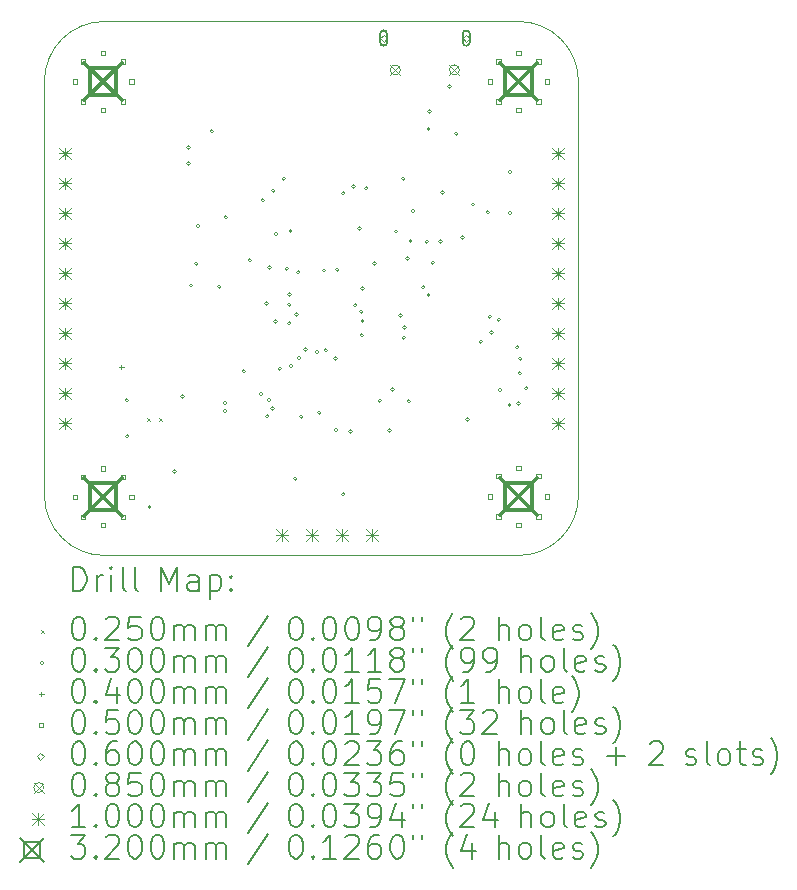
<source format=gbr>
%TF.GenerationSoftware,KiCad,Pcbnew,(7.0.0)*%
%TF.CreationDate,2023-11-22T19:41:54+05:30*%
%TF.ProjectId,Drone_Controller_3.0,44726f6e-655f-4436-9f6e-74726f6c6c65,rev?*%
%TF.SameCoordinates,Original*%
%TF.FileFunction,Drillmap*%
%TF.FilePolarity,Positive*%
%FSLAX45Y45*%
G04 Gerber Fmt 4.5, Leading zero omitted, Abs format (unit mm)*
G04 Created by KiCad (PCBNEW (7.0.0)) date 2023-11-22 19:41:54*
%MOMM*%
%LPD*%
G01*
G04 APERTURE LIST*
%ADD10C,0.100000*%
%ADD11C,0.200000*%
%ADD12C,0.025000*%
%ADD13C,0.030000*%
%ADD14C,0.040000*%
%ADD15C,0.050000*%
%ADD16C,0.060000*%
%ADD17C,0.085000*%
%ADD18C,0.320000*%
G04 APERTURE END LIST*
D10*
X12725400Y-4571365D02*
X16230600Y-4571365D01*
X16230600Y-9093200D02*
G75*
G03*
X16738600Y-8585200I0J508000D01*
G01*
X16230600Y-9093200D02*
X12725400Y-9093200D01*
X16738600Y-5080000D02*
G75*
G03*
X16230600Y-4572000I-508000J0D01*
G01*
X16738600Y-5080000D02*
X16738600Y-8585200D01*
X12217400Y-8585200D02*
G75*
G03*
X12725400Y-9093200I508000J0D01*
G01*
X12216765Y-5080000D02*
X12216765Y-8585200D01*
X12725400Y-4571365D02*
G75*
G03*
X12216765Y-5080000I0J-508635D01*
G01*
D11*
D12*
X13085740Y-7926020D02*
X13110740Y-7951020D01*
X13110740Y-7926020D02*
X13085740Y-7951020D01*
X13185740Y-7926020D02*
X13210740Y-7951020D01*
X13210740Y-7926020D02*
X13185740Y-7951020D01*
D13*
X12928360Y-7777480D02*
G75*
G03*
X12928360Y-7777480I-15000J0D01*
G01*
X12933440Y-8082280D02*
G75*
G03*
X12933440Y-8082280I-15000J0D01*
G01*
X13121400Y-8681720D02*
G75*
G03*
X13121400Y-8681720I-15000J0D01*
G01*
X13334760Y-8382000D02*
G75*
G03*
X13334760Y-8382000I-15000J0D01*
G01*
X13400800Y-7747000D02*
G75*
G03*
X13400800Y-7747000I-15000J0D01*
G01*
X13451600Y-5638800D02*
G75*
G03*
X13451600Y-5638800I-15000J0D01*
G01*
X13451600Y-5775960D02*
G75*
G03*
X13451600Y-5775960I-15000J0D01*
G01*
X13471920Y-6807200D02*
G75*
G03*
X13471920Y-6807200I-15000J0D01*
G01*
X13517640Y-6624320D02*
G75*
G03*
X13517640Y-6624320I-15000J0D01*
G01*
X13532880Y-6304280D02*
G75*
G03*
X13532880Y-6304280I-15000J0D01*
G01*
X13649720Y-5501640D02*
G75*
G03*
X13649720Y-5501640I-15000J0D01*
G01*
X13710680Y-6817360D02*
G75*
G03*
X13710680Y-6817360I-15000J0D01*
G01*
X13761480Y-7802880D02*
G75*
G03*
X13761480Y-7802880I-15000J0D01*
G01*
X13761480Y-7868920D02*
G75*
G03*
X13761480Y-7868920I-15000J0D01*
G01*
X13766560Y-6228080D02*
G75*
G03*
X13766560Y-6228080I-15000J0D01*
G01*
X13918960Y-7533640D02*
G75*
G03*
X13918960Y-7533640I-15000J0D01*
G01*
X13969760Y-6593840D02*
G75*
G03*
X13969760Y-6593840I-15000J0D01*
G01*
X14066280Y-7726680D02*
G75*
G03*
X14066280Y-7726680I-15000J0D01*
G01*
X14081520Y-6085840D02*
G75*
G03*
X14081520Y-6085840I-15000J0D01*
G01*
X14112000Y-6959600D02*
G75*
G03*
X14112000Y-6959600I-15000J0D01*
G01*
X14117080Y-7914640D02*
G75*
G03*
X14117080Y-7914640I-15000J0D01*
G01*
X14132320Y-7777480D02*
G75*
G03*
X14132320Y-7777480I-15000J0D01*
G01*
X14137400Y-6654800D02*
G75*
G03*
X14137400Y-6654800I-15000J0D01*
G01*
X14162800Y-7848600D02*
G75*
G03*
X14162800Y-7848600I-15000J0D01*
G01*
X14167880Y-6004560D02*
G75*
G03*
X14167880Y-6004560I-15000J0D01*
G01*
X14188200Y-7112000D02*
G75*
G03*
X14188200Y-7112000I-15000J0D01*
G01*
X14193280Y-6370320D02*
G75*
G03*
X14193280Y-6370320I-15000J0D01*
G01*
X14223760Y-7513320D02*
G75*
G03*
X14223760Y-7513320I-15000J0D01*
G01*
X14259320Y-5902960D02*
G75*
G03*
X14259320Y-5902960I-15000J0D01*
G01*
X14284720Y-6664960D02*
G75*
G03*
X14284720Y-6664960I-15000J0D01*
G01*
X14305040Y-6883400D02*
G75*
G03*
X14305040Y-6883400I-15000J0D01*
G01*
X14305040Y-6969760D02*
G75*
G03*
X14305040Y-6969760I-15000J0D01*
G01*
X14305040Y-7127240D02*
G75*
G03*
X14305040Y-7127240I-15000J0D01*
G01*
X14315200Y-6344920D02*
G75*
G03*
X14315200Y-6344920I-15000J0D01*
G01*
X14320280Y-7487920D02*
G75*
G03*
X14320280Y-7487920I-15000J0D01*
G01*
X14355840Y-8442960D02*
G75*
G03*
X14355840Y-8442960I-15000J0D01*
G01*
X14366000Y-7051040D02*
G75*
G03*
X14366000Y-7051040I-15000J0D01*
G01*
X14381240Y-6695440D02*
G75*
G03*
X14381240Y-6695440I-15000J0D01*
G01*
X14386320Y-7421880D02*
G75*
G03*
X14386320Y-7421880I-15000J0D01*
G01*
X14406640Y-7919720D02*
G75*
G03*
X14406640Y-7919720I-15000J0D01*
G01*
X14442200Y-7350760D02*
G75*
G03*
X14442200Y-7350760I-15000J0D01*
G01*
X14538720Y-7371080D02*
G75*
G03*
X14538720Y-7371080I-15000J0D01*
G01*
X14559040Y-7884160D02*
G75*
G03*
X14559040Y-7884160I-15000J0D01*
G01*
X14599680Y-6680200D02*
G75*
G03*
X14599680Y-6680200I-15000J0D01*
G01*
X14614920Y-7355840D02*
G75*
G03*
X14614920Y-7355840I-15000J0D01*
G01*
X14696200Y-7426960D02*
G75*
G03*
X14696200Y-7426960I-15000J0D01*
G01*
X14701280Y-8031480D02*
G75*
G03*
X14701280Y-8031480I-15000J0D01*
G01*
X14711440Y-6675120D02*
G75*
G03*
X14711440Y-6675120I-15000J0D01*
G01*
X14762240Y-6024880D02*
G75*
G03*
X14762240Y-6024880I-15000J0D01*
G01*
X14762240Y-8575040D02*
G75*
G03*
X14762240Y-8575040I-15000J0D01*
G01*
X14823200Y-8041640D02*
G75*
G03*
X14823200Y-8041640I-15000J0D01*
G01*
X14848600Y-5969000D02*
G75*
G03*
X14848600Y-5969000I-15000J0D01*
G01*
X14863840Y-6974840D02*
G75*
G03*
X14863840Y-6974840I-15000J0D01*
G01*
X14899400Y-6324600D02*
G75*
G03*
X14899400Y-6324600I-15000J0D01*
G01*
X14914640Y-7030720D02*
G75*
G03*
X14914640Y-7030720I-15000J0D01*
G01*
X14919720Y-7228840D02*
G75*
G03*
X14919720Y-7228840I-15000J0D01*
G01*
X14924800Y-6832600D02*
G75*
G03*
X14924800Y-6832600I-15000J0D01*
G01*
X14924800Y-7106920D02*
G75*
G03*
X14924800Y-7106920I-15000J0D01*
G01*
X14955280Y-5984240D02*
G75*
G03*
X14955280Y-5984240I-15000J0D01*
G01*
X15026400Y-6619240D02*
G75*
G03*
X15026400Y-6619240I-15000J0D01*
G01*
X15072120Y-7782560D02*
G75*
G03*
X15072120Y-7782560I-15000J0D01*
G01*
X15153400Y-8036560D02*
G75*
G03*
X15153400Y-8036560I-15000J0D01*
G01*
X15178800Y-7686040D02*
G75*
G03*
X15178800Y-7686040I-15000J0D01*
G01*
X15209280Y-6350000D02*
G75*
G03*
X15209280Y-6350000I-15000J0D01*
G01*
X15244840Y-7061200D02*
G75*
G03*
X15244840Y-7061200I-15000J0D01*
G01*
X15270240Y-5902960D02*
G75*
G03*
X15270240Y-5902960I-15000J0D01*
G01*
X15275320Y-7249160D02*
G75*
G03*
X15275320Y-7249160I-15000J0D01*
G01*
X15280400Y-7162800D02*
G75*
G03*
X15280400Y-7162800I-15000J0D01*
G01*
X15305800Y-6578600D02*
G75*
G03*
X15305800Y-6578600I-15000J0D01*
G01*
X15315960Y-7787640D02*
G75*
G03*
X15315960Y-7787640I-15000J0D01*
G01*
X15331200Y-6431280D02*
G75*
G03*
X15331200Y-6431280I-15000J0D01*
G01*
X15351520Y-6177280D02*
G75*
G03*
X15351520Y-6177280I-15000J0D01*
G01*
X15437880Y-6822440D02*
G75*
G03*
X15437880Y-6822440I-15000J0D01*
G01*
X15468360Y-6436360D02*
G75*
G03*
X15468360Y-6436360I-15000J0D01*
G01*
X15483600Y-5481320D02*
G75*
G03*
X15483600Y-5481320I-15000J0D01*
G01*
X15483600Y-6888480D02*
G75*
G03*
X15483600Y-6888480I-15000J0D01*
G01*
X15493760Y-5334000D02*
G75*
G03*
X15493760Y-5334000I-15000J0D01*
G01*
X15519160Y-6614160D02*
G75*
G03*
X15519160Y-6614160I-15000J0D01*
G01*
X15585200Y-6436360D02*
G75*
G03*
X15585200Y-6436360I-15000J0D01*
G01*
X15600440Y-6019800D02*
G75*
G03*
X15600440Y-6019800I-15000J0D01*
G01*
X15661400Y-5120640D02*
G75*
G03*
X15661400Y-5120640I-15000J0D01*
G01*
X15717280Y-5521960D02*
G75*
G03*
X15717280Y-5521960I-15000J0D01*
G01*
X15773160Y-6400800D02*
G75*
G03*
X15773160Y-6400800I-15000J0D01*
G01*
X15813800Y-7940040D02*
G75*
G03*
X15813800Y-7940040I-15000J0D01*
G01*
X15859520Y-6121400D02*
G75*
G03*
X15859520Y-6121400I-15000J0D01*
G01*
X15925560Y-7284720D02*
G75*
G03*
X15925560Y-7284720I-15000J0D01*
G01*
X15986520Y-6187440D02*
G75*
G03*
X15986520Y-6187440I-15000J0D01*
G01*
X16001760Y-7071360D02*
G75*
G03*
X16001760Y-7071360I-15000J0D01*
G01*
X16017000Y-7203440D02*
G75*
G03*
X16017000Y-7203440I-15000J0D01*
G01*
X16077960Y-7096760D02*
G75*
G03*
X16077960Y-7096760I-15000J0D01*
G01*
X16088120Y-7691120D02*
G75*
G03*
X16088120Y-7691120I-15000J0D01*
G01*
X16169400Y-7818120D02*
G75*
G03*
X16169400Y-7818120I-15000J0D01*
G01*
X16174480Y-5847080D02*
G75*
G03*
X16174480Y-5847080I-15000J0D01*
G01*
X16174480Y-6192520D02*
G75*
G03*
X16174480Y-6192520I-15000J0D01*
G01*
X16235440Y-7330440D02*
G75*
G03*
X16235440Y-7330440I-15000J0D01*
G01*
X16245600Y-7807960D02*
G75*
G03*
X16245600Y-7807960I-15000J0D01*
G01*
X16255760Y-7548880D02*
G75*
G03*
X16255760Y-7548880I-15000J0D01*
G01*
X16260840Y-7426960D02*
G75*
G03*
X16260840Y-7426960I-15000J0D01*
G01*
X16311640Y-7675880D02*
G75*
G03*
X16311640Y-7675880I-15000J0D01*
G01*
D14*
X12867640Y-7478080D02*
X12867640Y-7518080D01*
X12847640Y-7498080D02*
X12887640Y-7498080D01*
D15*
X12491678Y-5097678D02*
X12491678Y-5062322D01*
X12456322Y-5062322D01*
X12456322Y-5097678D01*
X12491678Y-5097678D01*
X12491678Y-8614278D02*
X12491678Y-8578922D01*
X12456322Y-8578922D01*
X12456322Y-8614278D01*
X12491678Y-8614278D01*
X12561972Y-4927972D02*
X12561972Y-4892617D01*
X12526617Y-4892617D01*
X12526617Y-4927972D01*
X12561972Y-4927972D01*
X12561972Y-5267383D02*
X12561972Y-5232028D01*
X12526617Y-5232028D01*
X12526617Y-5267383D01*
X12561972Y-5267383D01*
X12561972Y-8444572D02*
X12561972Y-8409217D01*
X12526617Y-8409217D01*
X12526617Y-8444572D01*
X12561972Y-8444572D01*
X12561972Y-8783983D02*
X12561972Y-8748628D01*
X12526617Y-8748628D01*
X12526617Y-8783983D01*
X12561972Y-8783983D01*
X12731678Y-4857678D02*
X12731678Y-4822322D01*
X12696322Y-4822322D01*
X12696322Y-4857678D01*
X12731678Y-4857678D01*
X12731678Y-5337678D02*
X12731678Y-5302322D01*
X12696322Y-5302322D01*
X12696322Y-5337678D01*
X12731678Y-5337678D01*
X12731678Y-8374278D02*
X12731678Y-8338922D01*
X12696322Y-8338922D01*
X12696322Y-8374278D01*
X12731678Y-8374278D01*
X12731678Y-8854278D02*
X12731678Y-8818922D01*
X12696322Y-8818922D01*
X12696322Y-8854278D01*
X12731678Y-8854278D01*
X12901383Y-4927972D02*
X12901383Y-4892617D01*
X12866028Y-4892617D01*
X12866028Y-4927972D01*
X12901383Y-4927972D01*
X12901383Y-5267383D02*
X12901383Y-5232028D01*
X12866028Y-5232028D01*
X12866028Y-5267383D01*
X12901383Y-5267383D01*
X12901383Y-8444572D02*
X12901383Y-8409217D01*
X12866028Y-8409217D01*
X12866028Y-8444572D01*
X12901383Y-8444572D01*
X12901383Y-8783983D02*
X12901383Y-8748628D01*
X12866028Y-8748628D01*
X12866028Y-8783983D01*
X12901383Y-8783983D01*
X12971678Y-5097678D02*
X12971678Y-5062322D01*
X12936322Y-5062322D01*
X12936322Y-5097678D01*
X12971678Y-5097678D01*
X12971678Y-8614278D02*
X12971678Y-8578922D01*
X12936322Y-8578922D01*
X12936322Y-8614278D01*
X12971678Y-8614278D01*
X16008278Y-5097678D02*
X16008278Y-5062322D01*
X15972922Y-5062322D01*
X15972922Y-5097678D01*
X16008278Y-5097678D01*
X16008278Y-8610972D02*
X16008278Y-8575617D01*
X15972922Y-8575617D01*
X15972922Y-8610972D01*
X16008278Y-8610972D01*
X16078572Y-4927972D02*
X16078572Y-4892617D01*
X16043217Y-4892617D01*
X16043217Y-4927972D01*
X16078572Y-4927972D01*
X16078572Y-5267383D02*
X16078572Y-5232028D01*
X16043217Y-5232028D01*
X16043217Y-5267383D01*
X16078572Y-5267383D01*
X16078572Y-8441267D02*
X16078572Y-8405911D01*
X16043217Y-8405911D01*
X16043217Y-8441267D01*
X16078572Y-8441267D01*
X16078572Y-8780678D02*
X16078572Y-8745322D01*
X16043217Y-8745322D01*
X16043217Y-8780678D01*
X16078572Y-8780678D01*
X16248278Y-4857678D02*
X16248278Y-4822322D01*
X16212922Y-4822322D01*
X16212922Y-4857678D01*
X16248278Y-4857678D01*
X16248278Y-5337678D02*
X16248278Y-5302322D01*
X16212922Y-5302322D01*
X16212922Y-5337678D01*
X16248278Y-5337678D01*
X16248278Y-8370972D02*
X16248278Y-8335617D01*
X16212922Y-8335617D01*
X16212922Y-8370972D01*
X16248278Y-8370972D01*
X16248278Y-8850972D02*
X16248278Y-8815617D01*
X16212922Y-8815617D01*
X16212922Y-8850972D01*
X16248278Y-8850972D01*
X16417983Y-4927972D02*
X16417983Y-4892617D01*
X16382628Y-4892617D01*
X16382628Y-4927972D01*
X16417983Y-4927972D01*
X16417983Y-5267383D02*
X16417983Y-5232028D01*
X16382628Y-5232028D01*
X16382628Y-5267383D01*
X16417983Y-5267383D01*
X16417983Y-8441267D02*
X16417983Y-8405911D01*
X16382628Y-8405911D01*
X16382628Y-8441267D01*
X16417983Y-8441267D01*
X16417983Y-8780678D02*
X16417983Y-8745322D01*
X16382628Y-8745322D01*
X16382628Y-8780678D01*
X16417983Y-8780678D01*
X16488278Y-5097678D02*
X16488278Y-5062322D01*
X16452922Y-5062322D01*
X16452922Y-5097678D01*
X16488278Y-5097678D01*
X16488278Y-8610972D02*
X16488278Y-8575617D01*
X16452922Y-8575617D01*
X16452922Y-8610972D01*
X16488278Y-8610972D01*
D16*
X15088120Y-4742410D02*
X15118120Y-4712410D01*
X15088120Y-4682410D01*
X15058120Y-4712410D01*
X15088120Y-4742410D01*
D11*
X15118120Y-4747410D02*
X15118120Y-4677410D01*
X15118120Y-4677410D02*
G75*
G03*
X15058120Y-4677410I-30000J0D01*
G01*
X15058120Y-4677410D02*
X15058120Y-4747410D01*
X15058120Y-4747410D02*
G75*
G03*
X15118120Y-4747410I30000J0D01*
G01*
D16*
X15788120Y-4742410D02*
X15818120Y-4712410D01*
X15788120Y-4682410D01*
X15758120Y-4712410D01*
X15788120Y-4742410D01*
D11*
X15758120Y-4677410D02*
X15758120Y-4747410D01*
X15758120Y-4747410D02*
G75*
G03*
X15818120Y-4747410I30000J0D01*
G01*
X15818120Y-4747410D02*
X15818120Y-4677410D01*
X15818120Y-4677410D02*
G75*
G03*
X15758120Y-4677410I-30000J0D01*
G01*
D17*
X15145620Y-4939910D02*
X15230620Y-5024910D01*
X15230620Y-4939910D02*
X15145620Y-5024910D01*
X15230620Y-4982410D02*
G75*
G03*
X15230620Y-4982410I-42500J0D01*
G01*
X15645620Y-4939910D02*
X15730620Y-5024910D01*
X15730620Y-4939910D02*
X15645620Y-5024910D01*
X15730620Y-4982410D02*
G75*
G03*
X15730620Y-4982410I-42500J0D01*
G01*
D10*
X12340120Y-5639600D02*
X12440120Y-5739600D01*
X12440120Y-5639600D02*
X12340120Y-5739600D01*
X12390120Y-5639600D02*
X12390120Y-5739600D01*
X12340120Y-5689600D02*
X12440120Y-5689600D01*
X12340120Y-5893600D02*
X12440120Y-5993600D01*
X12440120Y-5893600D02*
X12340120Y-5993600D01*
X12390120Y-5893600D02*
X12390120Y-5993600D01*
X12340120Y-5943600D02*
X12440120Y-5943600D01*
X12340120Y-6147600D02*
X12440120Y-6247600D01*
X12440120Y-6147600D02*
X12340120Y-6247600D01*
X12390120Y-6147600D02*
X12390120Y-6247600D01*
X12340120Y-6197600D02*
X12440120Y-6197600D01*
X12340120Y-6401600D02*
X12440120Y-6501600D01*
X12440120Y-6401600D02*
X12340120Y-6501600D01*
X12390120Y-6401600D02*
X12390120Y-6501600D01*
X12340120Y-6451600D02*
X12440120Y-6451600D01*
X12340120Y-6655600D02*
X12440120Y-6755600D01*
X12440120Y-6655600D02*
X12340120Y-6755600D01*
X12390120Y-6655600D02*
X12390120Y-6755600D01*
X12340120Y-6705600D02*
X12440120Y-6705600D01*
X12340120Y-6909600D02*
X12440120Y-7009600D01*
X12440120Y-6909600D02*
X12340120Y-7009600D01*
X12390120Y-6909600D02*
X12390120Y-7009600D01*
X12340120Y-6959600D02*
X12440120Y-6959600D01*
X12340120Y-7163600D02*
X12440120Y-7263600D01*
X12440120Y-7163600D02*
X12340120Y-7263600D01*
X12390120Y-7163600D02*
X12390120Y-7263600D01*
X12340120Y-7213600D02*
X12440120Y-7213600D01*
X12340120Y-7417600D02*
X12440120Y-7517600D01*
X12440120Y-7417600D02*
X12340120Y-7517600D01*
X12390120Y-7417600D02*
X12390120Y-7517600D01*
X12340120Y-7467600D02*
X12440120Y-7467600D01*
X12340120Y-7671600D02*
X12440120Y-7771600D01*
X12440120Y-7671600D02*
X12340120Y-7771600D01*
X12390120Y-7671600D02*
X12390120Y-7771600D01*
X12340120Y-7721600D02*
X12440120Y-7721600D01*
X12340120Y-7925600D02*
X12440120Y-8025600D01*
X12440120Y-7925600D02*
X12340120Y-8025600D01*
X12390120Y-7925600D02*
X12390120Y-8025600D01*
X12340120Y-7975600D02*
X12440120Y-7975600D01*
X14180080Y-8870480D02*
X14280080Y-8970480D01*
X14280080Y-8870480D02*
X14180080Y-8970480D01*
X14230080Y-8870480D02*
X14230080Y-8970480D01*
X14180080Y-8920480D02*
X14280080Y-8920480D01*
X14434080Y-8870480D02*
X14534080Y-8970480D01*
X14534080Y-8870480D02*
X14434080Y-8970480D01*
X14484080Y-8870480D02*
X14484080Y-8970480D01*
X14434080Y-8920480D02*
X14534080Y-8920480D01*
X14688080Y-8870480D02*
X14788080Y-8970480D01*
X14788080Y-8870480D02*
X14688080Y-8970480D01*
X14738080Y-8870480D02*
X14738080Y-8970480D01*
X14688080Y-8920480D02*
X14788080Y-8920480D01*
X14942080Y-8870480D02*
X15042080Y-8970480D01*
X15042080Y-8870480D02*
X14942080Y-8970480D01*
X14992080Y-8870480D02*
X14992080Y-8970480D01*
X14942080Y-8920480D02*
X15042080Y-8920480D01*
X16515880Y-5639600D02*
X16615880Y-5739600D01*
X16615880Y-5639600D02*
X16515880Y-5739600D01*
X16565880Y-5639600D02*
X16565880Y-5739600D01*
X16515880Y-5689600D02*
X16615880Y-5689600D01*
X16515880Y-5893600D02*
X16615880Y-5993600D01*
X16615880Y-5893600D02*
X16515880Y-5993600D01*
X16565880Y-5893600D02*
X16565880Y-5993600D01*
X16515880Y-5943600D02*
X16615880Y-5943600D01*
X16515880Y-6147600D02*
X16615880Y-6247600D01*
X16615880Y-6147600D02*
X16515880Y-6247600D01*
X16565880Y-6147600D02*
X16565880Y-6247600D01*
X16515880Y-6197600D02*
X16615880Y-6197600D01*
X16515880Y-6401600D02*
X16615880Y-6501600D01*
X16615880Y-6401600D02*
X16515880Y-6501600D01*
X16565880Y-6401600D02*
X16565880Y-6501600D01*
X16515880Y-6451600D02*
X16615880Y-6451600D01*
X16515880Y-6655600D02*
X16615880Y-6755600D01*
X16615880Y-6655600D02*
X16515880Y-6755600D01*
X16565880Y-6655600D02*
X16565880Y-6755600D01*
X16515880Y-6705600D02*
X16615880Y-6705600D01*
X16515880Y-6909600D02*
X16615880Y-7009600D01*
X16615880Y-6909600D02*
X16515880Y-7009600D01*
X16565880Y-6909600D02*
X16565880Y-7009600D01*
X16515880Y-6959600D02*
X16615880Y-6959600D01*
X16515880Y-7163600D02*
X16615880Y-7263600D01*
X16615880Y-7163600D02*
X16515880Y-7263600D01*
X16565880Y-7163600D02*
X16565880Y-7263600D01*
X16515880Y-7213600D02*
X16615880Y-7213600D01*
X16515880Y-7417600D02*
X16615880Y-7517600D01*
X16615880Y-7417600D02*
X16515880Y-7517600D01*
X16565880Y-7417600D02*
X16565880Y-7517600D01*
X16515880Y-7467600D02*
X16615880Y-7467600D01*
X16515880Y-7671600D02*
X16615880Y-7771600D01*
X16615880Y-7671600D02*
X16515880Y-7771600D01*
X16565880Y-7671600D02*
X16565880Y-7771600D01*
X16515880Y-7721600D02*
X16615880Y-7721600D01*
X16515880Y-7925600D02*
X16615880Y-8025600D01*
X16615880Y-7925600D02*
X16515880Y-8025600D01*
X16565880Y-7925600D02*
X16565880Y-8025600D01*
X16515880Y-7975600D02*
X16615880Y-7975600D01*
D18*
X12554000Y-4920000D02*
X12874000Y-5240000D01*
X12874000Y-4920000D02*
X12554000Y-5240000D01*
X12827138Y-5193138D02*
X12827138Y-4966862D01*
X12600862Y-4966862D01*
X12600862Y-5193138D01*
X12827138Y-5193138D01*
X12554000Y-8436600D02*
X12874000Y-8756600D01*
X12874000Y-8436600D02*
X12554000Y-8756600D01*
X12827138Y-8709738D02*
X12827138Y-8483462D01*
X12600862Y-8483462D01*
X12600862Y-8709738D01*
X12827138Y-8709738D01*
X16070600Y-4920000D02*
X16390600Y-5240000D01*
X16390600Y-4920000D02*
X16070600Y-5240000D01*
X16343738Y-5193138D02*
X16343738Y-4966862D01*
X16117462Y-4966862D01*
X16117462Y-5193138D01*
X16343738Y-5193138D01*
X16070600Y-8433294D02*
X16390600Y-8753294D01*
X16390600Y-8433294D02*
X16070600Y-8753294D01*
X16343738Y-8706433D02*
X16343738Y-8480156D01*
X16117462Y-8480156D01*
X16117462Y-8706433D01*
X16343738Y-8706433D01*
D11*
X12459384Y-9391676D02*
X12459384Y-9191676D01*
X12459384Y-9191676D02*
X12507003Y-9191676D01*
X12507003Y-9191676D02*
X12535575Y-9201200D01*
X12535575Y-9201200D02*
X12554622Y-9220248D01*
X12554622Y-9220248D02*
X12564146Y-9239295D01*
X12564146Y-9239295D02*
X12573670Y-9277390D01*
X12573670Y-9277390D02*
X12573670Y-9305962D01*
X12573670Y-9305962D02*
X12564146Y-9344057D01*
X12564146Y-9344057D02*
X12554622Y-9363105D01*
X12554622Y-9363105D02*
X12535575Y-9382152D01*
X12535575Y-9382152D02*
X12507003Y-9391676D01*
X12507003Y-9391676D02*
X12459384Y-9391676D01*
X12659384Y-9391676D02*
X12659384Y-9258343D01*
X12659384Y-9296438D02*
X12668908Y-9277390D01*
X12668908Y-9277390D02*
X12678432Y-9267867D01*
X12678432Y-9267867D02*
X12697480Y-9258343D01*
X12697480Y-9258343D02*
X12716527Y-9258343D01*
X12783194Y-9391676D02*
X12783194Y-9258343D01*
X12783194Y-9191676D02*
X12773670Y-9201200D01*
X12773670Y-9201200D02*
X12783194Y-9210724D01*
X12783194Y-9210724D02*
X12792718Y-9201200D01*
X12792718Y-9201200D02*
X12783194Y-9191676D01*
X12783194Y-9191676D02*
X12783194Y-9210724D01*
X12907003Y-9391676D02*
X12887956Y-9382152D01*
X12887956Y-9382152D02*
X12878432Y-9363105D01*
X12878432Y-9363105D02*
X12878432Y-9191676D01*
X13011765Y-9391676D02*
X12992718Y-9382152D01*
X12992718Y-9382152D02*
X12983194Y-9363105D01*
X12983194Y-9363105D02*
X12983194Y-9191676D01*
X13207956Y-9391676D02*
X13207956Y-9191676D01*
X13207956Y-9191676D02*
X13274622Y-9334533D01*
X13274622Y-9334533D02*
X13341289Y-9191676D01*
X13341289Y-9191676D02*
X13341289Y-9391676D01*
X13522241Y-9391676D02*
X13522241Y-9286914D01*
X13522241Y-9286914D02*
X13512718Y-9267867D01*
X13512718Y-9267867D02*
X13493670Y-9258343D01*
X13493670Y-9258343D02*
X13455575Y-9258343D01*
X13455575Y-9258343D02*
X13436527Y-9267867D01*
X13522241Y-9382152D02*
X13503194Y-9391676D01*
X13503194Y-9391676D02*
X13455575Y-9391676D01*
X13455575Y-9391676D02*
X13436527Y-9382152D01*
X13436527Y-9382152D02*
X13427003Y-9363105D01*
X13427003Y-9363105D02*
X13427003Y-9344057D01*
X13427003Y-9344057D02*
X13436527Y-9325010D01*
X13436527Y-9325010D02*
X13455575Y-9315486D01*
X13455575Y-9315486D02*
X13503194Y-9315486D01*
X13503194Y-9315486D02*
X13522241Y-9305962D01*
X13617480Y-9258343D02*
X13617480Y-9458343D01*
X13617480Y-9267867D02*
X13636527Y-9258343D01*
X13636527Y-9258343D02*
X13674622Y-9258343D01*
X13674622Y-9258343D02*
X13693670Y-9267867D01*
X13693670Y-9267867D02*
X13703194Y-9277390D01*
X13703194Y-9277390D02*
X13712718Y-9296438D01*
X13712718Y-9296438D02*
X13712718Y-9353581D01*
X13712718Y-9353581D02*
X13703194Y-9372629D01*
X13703194Y-9372629D02*
X13693670Y-9382152D01*
X13693670Y-9382152D02*
X13674622Y-9391676D01*
X13674622Y-9391676D02*
X13636527Y-9391676D01*
X13636527Y-9391676D02*
X13617480Y-9382152D01*
X13798432Y-9372629D02*
X13807956Y-9382152D01*
X13807956Y-9382152D02*
X13798432Y-9391676D01*
X13798432Y-9391676D02*
X13788908Y-9382152D01*
X13788908Y-9382152D02*
X13798432Y-9372629D01*
X13798432Y-9372629D02*
X13798432Y-9391676D01*
X13798432Y-9267867D02*
X13807956Y-9277390D01*
X13807956Y-9277390D02*
X13798432Y-9286914D01*
X13798432Y-9286914D02*
X13788908Y-9277390D01*
X13788908Y-9277390D02*
X13798432Y-9267867D01*
X13798432Y-9267867D02*
X13798432Y-9286914D01*
D12*
X12186765Y-9725700D02*
X12211765Y-9750700D01*
X12211765Y-9725700D02*
X12186765Y-9750700D01*
D11*
X12497480Y-9611676D02*
X12516527Y-9611676D01*
X12516527Y-9611676D02*
X12535575Y-9621200D01*
X12535575Y-9621200D02*
X12545099Y-9630724D01*
X12545099Y-9630724D02*
X12554622Y-9649771D01*
X12554622Y-9649771D02*
X12564146Y-9687867D01*
X12564146Y-9687867D02*
X12564146Y-9735486D01*
X12564146Y-9735486D02*
X12554622Y-9773581D01*
X12554622Y-9773581D02*
X12545099Y-9792629D01*
X12545099Y-9792629D02*
X12535575Y-9802152D01*
X12535575Y-9802152D02*
X12516527Y-9811676D01*
X12516527Y-9811676D02*
X12497480Y-9811676D01*
X12497480Y-9811676D02*
X12478432Y-9802152D01*
X12478432Y-9802152D02*
X12468908Y-9792629D01*
X12468908Y-9792629D02*
X12459384Y-9773581D01*
X12459384Y-9773581D02*
X12449861Y-9735486D01*
X12449861Y-9735486D02*
X12449861Y-9687867D01*
X12449861Y-9687867D02*
X12459384Y-9649771D01*
X12459384Y-9649771D02*
X12468908Y-9630724D01*
X12468908Y-9630724D02*
X12478432Y-9621200D01*
X12478432Y-9621200D02*
X12497480Y-9611676D01*
X12649861Y-9792629D02*
X12659384Y-9802152D01*
X12659384Y-9802152D02*
X12649861Y-9811676D01*
X12649861Y-9811676D02*
X12640337Y-9802152D01*
X12640337Y-9802152D02*
X12649861Y-9792629D01*
X12649861Y-9792629D02*
X12649861Y-9811676D01*
X12735575Y-9630724D02*
X12745099Y-9621200D01*
X12745099Y-9621200D02*
X12764146Y-9611676D01*
X12764146Y-9611676D02*
X12811765Y-9611676D01*
X12811765Y-9611676D02*
X12830813Y-9621200D01*
X12830813Y-9621200D02*
X12840337Y-9630724D01*
X12840337Y-9630724D02*
X12849861Y-9649771D01*
X12849861Y-9649771D02*
X12849861Y-9668819D01*
X12849861Y-9668819D02*
X12840337Y-9697390D01*
X12840337Y-9697390D02*
X12726051Y-9811676D01*
X12726051Y-9811676D02*
X12849861Y-9811676D01*
X13030813Y-9611676D02*
X12935575Y-9611676D01*
X12935575Y-9611676D02*
X12926051Y-9706914D01*
X12926051Y-9706914D02*
X12935575Y-9697390D01*
X12935575Y-9697390D02*
X12954622Y-9687867D01*
X12954622Y-9687867D02*
X13002242Y-9687867D01*
X13002242Y-9687867D02*
X13021289Y-9697390D01*
X13021289Y-9697390D02*
X13030813Y-9706914D01*
X13030813Y-9706914D02*
X13040337Y-9725962D01*
X13040337Y-9725962D02*
X13040337Y-9773581D01*
X13040337Y-9773581D02*
X13030813Y-9792629D01*
X13030813Y-9792629D02*
X13021289Y-9802152D01*
X13021289Y-9802152D02*
X13002242Y-9811676D01*
X13002242Y-9811676D02*
X12954622Y-9811676D01*
X12954622Y-9811676D02*
X12935575Y-9802152D01*
X12935575Y-9802152D02*
X12926051Y-9792629D01*
X13164146Y-9611676D02*
X13183194Y-9611676D01*
X13183194Y-9611676D02*
X13202242Y-9621200D01*
X13202242Y-9621200D02*
X13211765Y-9630724D01*
X13211765Y-9630724D02*
X13221289Y-9649771D01*
X13221289Y-9649771D02*
X13230813Y-9687867D01*
X13230813Y-9687867D02*
X13230813Y-9735486D01*
X13230813Y-9735486D02*
X13221289Y-9773581D01*
X13221289Y-9773581D02*
X13211765Y-9792629D01*
X13211765Y-9792629D02*
X13202242Y-9802152D01*
X13202242Y-9802152D02*
X13183194Y-9811676D01*
X13183194Y-9811676D02*
X13164146Y-9811676D01*
X13164146Y-9811676D02*
X13145099Y-9802152D01*
X13145099Y-9802152D02*
X13135575Y-9792629D01*
X13135575Y-9792629D02*
X13126051Y-9773581D01*
X13126051Y-9773581D02*
X13116527Y-9735486D01*
X13116527Y-9735486D02*
X13116527Y-9687867D01*
X13116527Y-9687867D02*
X13126051Y-9649771D01*
X13126051Y-9649771D02*
X13135575Y-9630724D01*
X13135575Y-9630724D02*
X13145099Y-9621200D01*
X13145099Y-9621200D02*
X13164146Y-9611676D01*
X13316527Y-9811676D02*
X13316527Y-9678343D01*
X13316527Y-9697390D02*
X13326051Y-9687867D01*
X13326051Y-9687867D02*
X13345099Y-9678343D01*
X13345099Y-9678343D02*
X13373670Y-9678343D01*
X13373670Y-9678343D02*
X13392718Y-9687867D01*
X13392718Y-9687867D02*
X13402242Y-9706914D01*
X13402242Y-9706914D02*
X13402242Y-9811676D01*
X13402242Y-9706914D02*
X13411765Y-9687867D01*
X13411765Y-9687867D02*
X13430813Y-9678343D01*
X13430813Y-9678343D02*
X13459384Y-9678343D01*
X13459384Y-9678343D02*
X13478432Y-9687867D01*
X13478432Y-9687867D02*
X13487956Y-9706914D01*
X13487956Y-9706914D02*
X13487956Y-9811676D01*
X13583194Y-9811676D02*
X13583194Y-9678343D01*
X13583194Y-9697390D02*
X13592718Y-9687867D01*
X13592718Y-9687867D02*
X13611765Y-9678343D01*
X13611765Y-9678343D02*
X13640337Y-9678343D01*
X13640337Y-9678343D02*
X13659384Y-9687867D01*
X13659384Y-9687867D02*
X13668908Y-9706914D01*
X13668908Y-9706914D02*
X13668908Y-9811676D01*
X13668908Y-9706914D02*
X13678432Y-9687867D01*
X13678432Y-9687867D02*
X13697480Y-9678343D01*
X13697480Y-9678343D02*
X13726051Y-9678343D01*
X13726051Y-9678343D02*
X13745099Y-9687867D01*
X13745099Y-9687867D02*
X13754623Y-9706914D01*
X13754623Y-9706914D02*
X13754623Y-9811676D01*
X14112718Y-9602152D02*
X13941289Y-9859295D01*
X14337480Y-9611676D02*
X14356527Y-9611676D01*
X14356527Y-9611676D02*
X14375575Y-9621200D01*
X14375575Y-9621200D02*
X14385099Y-9630724D01*
X14385099Y-9630724D02*
X14394623Y-9649771D01*
X14394623Y-9649771D02*
X14404146Y-9687867D01*
X14404146Y-9687867D02*
X14404146Y-9735486D01*
X14404146Y-9735486D02*
X14394623Y-9773581D01*
X14394623Y-9773581D02*
X14385099Y-9792629D01*
X14385099Y-9792629D02*
X14375575Y-9802152D01*
X14375575Y-9802152D02*
X14356527Y-9811676D01*
X14356527Y-9811676D02*
X14337480Y-9811676D01*
X14337480Y-9811676D02*
X14318432Y-9802152D01*
X14318432Y-9802152D02*
X14308908Y-9792629D01*
X14308908Y-9792629D02*
X14299384Y-9773581D01*
X14299384Y-9773581D02*
X14289861Y-9735486D01*
X14289861Y-9735486D02*
X14289861Y-9687867D01*
X14289861Y-9687867D02*
X14299384Y-9649771D01*
X14299384Y-9649771D02*
X14308908Y-9630724D01*
X14308908Y-9630724D02*
X14318432Y-9621200D01*
X14318432Y-9621200D02*
X14337480Y-9611676D01*
X14489861Y-9792629D02*
X14499384Y-9802152D01*
X14499384Y-9802152D02*
X14489861Y-9811676D01*
X14489861Y-9811676D02*
X14480337Y-9802152D01*
X14480337Y-9802152D02*
X14489861Y-9792629D01*
X14489861Y-9792629D02*
X14489861Y-9811676D01*
X14623194Y-9611676D02*
X14642242Y-9611676D01*
X14642242Y-9611676D02*
X14661289Y-9621200D01*
X14661289Y-9621200D02*
X14670813Y-9630724D01*
X14670813Y-9630724D02*
X14680337Y-9649771D01*
X14680337Y-9649771D02*
X14689861Y-9687867D01*
X14689861Y-9687867D02*
X14689861Y-9735486D01*
X14689861Y-9735486D02*
X14680337Y-9773581D01*
X14680337Y-9773581D02*
X14670813Y-9792629D01*
X14670813Y-9792629D02*
X14661289Y-9802152D01*
X14661289Y-9802152D02*
X14642242Y-9811676D01*
X14642242Y-9811676D02*
X14623194Y-9811676D01*
X14623194Y-9811676D02*
X14604146Y-9802152D01*
X14604146Y-9802152D02*
X14594623Y-9792629D01*
X14594623Y-9792629D02*
X14585099Y-9773581D01*
X14585099Y-9773581D02*
X14575575Y-9735486D01*
X14575575Y-9735486D02*
X14575575Y-9687867D01*
X14575575Y-9687867D02*
X14585099Y-9649771D01*
X14585099Y-9649771D02*
X14594623Y-9630724D01*
X14594623Y-9630724D02*
X14604146Y-9621200D01*
X14604146Y-9621200D02*
X14623194Y-9611676D01*
X14813670Y-9611676D02*
X14832718Y-9611676D01*
X14832718Y-9611676D02*
X14851765Y-9621200D01*
X14851765Y-9621200D02*
X14861289Y-9630724D01*
X14861289Y-9630724D02*
X14870813Y-9649771D01*
X14870813Y-9649771D02*
X14880337Y-9687867D01*
X14880337Y-9687867D02*
X14880337Y-9735486D01*
X14880337Y-9735486D02*
X14870813Y-9773581D01*
X14870813Y-9773581D02*
X14861289Y-9792629D01*
X14861289Y-9792629D02*
X14851765Y-9802152D01*
X14851765Y-9802152D02*
X14832718Y-9811676D01*
X14832718Y-9811676D02*
X14813670Y-9811676D01*
X14813670Y-9811676D02*
X14794623Y-9802152D01*
X14794623Y-9802152D02*
X14785099Y-9792629D01*
X14785099Y-9792629D02*
X14775575Y-9773581D01*
X14775575Y-9773581D02*
X14766051Y-9735486D01*
X14766051Y-9735486D02*
X14766051Y-9687867D01*
X14766051Y-9687867D02*
X14775575Y-9649771D01*
X14775575Y-9649771D02*
X14785099Y-9630724D01*
X14785099Y-9630724D02*
X14794623Y-9621200D01*
X14794623Y-9621200D02*
X14813670Y-9611676D01*
X14975575Y-9811676D02*
X15013670Y-9811676D01*
X15013670Y-9811676D02*
X15032718Y-9802152D01*
X15032718Y-9802152D02*
X15042242Y-9792629D01*
X15042242Y-9792629D02*
X15061289Y-9764057D01*
X15061289Y-9764057D02*
X15070813Y-9725962D01*
X15070813Y-9725962D02*
X15070813Y-9649771D01*
X15070813Y-9649771D02*
X15061289Y-9630724D01*
X15061289Y-9630724D02*
X15051765Y-9621200D01*
X15051765Y-9621200D02*
X15032718Y-9611676D01*
X15032718Y-9611676D02*
X14994623Y-9611676D01*
X14994623Y-9611676D02*
X14975575Y-9621200D01*
X14975575Y-9621200D02*
X14966051Y-9630724D01*
X14966051Y-9630724D02*
X14956527Y-9649771D01*
X14956527Y-9649771D02*
X14956527Y-9697390D01*
X14956527Y-9697390D02*
X14966051Y-9716438D01*
X14966051Y-9716438D02*
X14975575Y-9725962D01*
X14975575Y-9725962D02*
X14994623Y-9735486D01*
X14994623Y-9735486D02*
X15032718Y-9735486D01*
X15032718Y-9735486D02*
X15051765Y-9725962D01*
X15051765Y-9725962D02*
X15061289Y-9716438D01*
X15061289Y-9716438D02*
X15070813Y-9697390D01*
X15185099Y-9697390D02*
X15166051Y-9687867D01*
X15166051Y-9687867D02*
X15156527Y-9678343D01*
X15156527Y-9678343D02*
X15147004Y-9659295D01*
X15147004Y-9659295D02*
X15147004Y-9649771D01*
X15147004Y-9649771D02*
X15156527Y-9630724D01*
X15156527Y-9630724D02*
X15166051Y-9621200D01*
X15166051Y-9621200D02*
X15185099Y-9611676D01*
X15185099Y-9611676D02*
X15223194Y-9611676D01*
X15223194Y-9611676D02*
X15242242Y-9621200D01*
X15242242Y-9621200D02*
X15251765Y-9630724D01*
X15251765Y-9630724D02*
X15261289Y-9649771D01*
X15261289Y-9649771D02*
X15261289Y-9659295D01*
X15261289Y-9659295D02*
X15251765Y-9678343D01*
X15251765Y-9678343D02*
X15242242Y-9687867D01*
X15242242Y-9687867D02*
X15223194Y-9697390D01*
X15223194Y-9697390D02*
X15185099Y-9697390D01*
X15185099Y-9697390D02*
X15166051Y-9706914D01*
X15166051Y-9706914D02*
X15156527Y-9716438D01*
X15156527Y-9716438D02*
X15147004Y-9735486D01*
X15147004Y-9735486D02*
X15147004Y-9773581D01*
X15147004Y-9773581D02*
X15156527Y-9792629D01*
X15156527Y-9792629D02*
X15166051Y-9802152D01*
X15166051Y-9802152D02*
X15185099Y-9811676D01*
X15185099Y-9811676D02*
X15223194Y-9811676D01*
X15223194Y-9811676D02*
X15242242Y-9802152D01*
X15242242Y-9802152D02*
X15251765Y-9792629D01*
X15251765Y-9792629D02*
X15261289Y-9773581D01*
X15261289Y-9773581D02*
X15261289Y-9735486D01*
X15261289Y-9735486D02*
X15251765Y-9716438D01*
X15251765Y-9716438D02*
X15242242Y-9706914D01*
X15242242Y-9706914D02*
X15223194Y-9697390D01*
X15337480Y-9611676D02*
X15337480Y-9649771D01*
X15413670Y-9611676D02*
X15413670Y-9649771D01*
X15676527Y-9887867D02*
X15667004Y-9878343D01*
X15667004Y-9878343D02*
X15647956Y-9849771D01*
X15647956Y-9849771D02*
X15638432Y-9830724D01*
X15638432Y-9830724D02*
X15628908Y-9802152D01*
X15628908Y-9802152D02*
X15619385Y-9754533D01*
X15619385Y-9754533D02*
X15619385Y-9716438D01*
X15619385Y-9716438D02*
X15628908Y-9668819D01*
X15628908Y-9668819D02*
X15638432Y-9640248D01*
X15638432Y-9640248D02*
X15647956Y-9621200D01*
X15647956Y-9621200D02*
X15667004Y-9592629D01*
X15667004Y-9592629D02*
X15676527Y-9583105D01*
X15743194Y-9630724D02*
X15752718Y-9621200D01*
X15752718Y-9621200D02*
X15771765Y-9611676D01*
X15771765Y-9611676D02*
X15819385Y-9611676D01*
X15819385Y-9611676D02*
X15838432Y-9621200D01*
X15838432Y-9621200D02*
X15847956Y-9630724D01*
X15847956Y-9630724D02*
X15857480Y-9649771D01*
X15857480Y-9649771D02*
X15857480Y-9668819D01*
X15857480Y-9668819D02*
X15847956Y-9697390D01*
X15847956Y-9697390D02*
X15733670Y-9811676D01*
X15733670Y-9811676D02*
X15857480Y-9811676D01*
X16063194Y-9811676D02*
X16063194Y-9611676D01*
X16148908Y-9811676D02*
X16148908Y-9706914D01*
X16148908Y-9706914D02*
X16139385Y-9687867D01*
X16139385Y-9687867D02*
X16120337Y-9678343D01*
X16120337Y-9678343D02*
X16091765Y-9678343D01*
X16091765Y-9678343D02*
X16072718Y-9687867D01*
X16072718Y-9687867D02*
X16063194Y-9697390D01*
X16272718Y-9811676D02*
X16253670Y-9802152D01*
X16253670Y-9802152D02*
X16244146Y-9792629D01*
X16244146Y-9792629D02*
X16234623Y-9773581D01*
X16234623Y-9773581D02*
X16234623Y-9716438D01*
X16234623Y-9716438D02*
X16244146Y-9697390D01*
X16244146Y-9697390D02*
X16253670Y-9687867D01*
X16253670Y-9687867D02*
X16272718Y-9678343D01*
X16272718Y-9678343D02*
X16301289Y-9678343D01*
X16301289Y-9678343D02*
X16320337Y-9687867D01*
X16320337Y-9687867D02*
X16329861Y-9697390D01*
X16329861Y-9697390D02*
X16339385Y-9716438D01*
X16339385Y-9716438D02*
X16339385Y-9773581D01*
X16339385Y-9773581D02*
X16329861Y-9792629D01*
X16329861Y-9792629D02*
X16320337Y-9802152D01*
X16320337Y-9802152D02*
X16301289Y-9811676D01*
X16301289Y-9811676D02*
X16272718Y-9811676D01*
X16453670Y-9811676D02*
X16434623Y-9802152D01*
X16434623Y-9802152D02*
X16425099Y-9783105D01*
X16425099Y-9783105D02*
X16425099Y-9611676D01*
X16606051Y-9802152D02*
X16587004Y-9811676D01*
X16587004Y-9811676D02*
X16548908Y-9811676D01*
X16548908Y-9811676D02*
X16529861Y-9802152D01*
X16529861Y-9802152D02*
X16520337Y-9783105D01*
X16520337Y-9783105D02*
X16520337Y-9706914D01*
X16520337Y-9706914D02*
X16529861Y-9687867D01*
X16529861Y-9687867D02*
X16548908Y-9678343D01*
X16548908Y-9678343D02*
X16587004Y-9678343D01*
X16587004Y-9678343D02*
X16606051Y-9687867D01*
X16606051Y-9687867D02*
X16615575Y-9706914D01*
X16615575Y-9706914D02*
X16615575Y-9725962D01*
X16615575Y-9725962D02*
X16520337Y-9745010D01*
X16691766Y-9802152D02*
X16710813Y-9811676D01*
X16710813Y-9811676D02*
X16748908Y-9811676D01*
X16748908Y-9811676D02*
X16767956Y-9802152D01*
X16767956Y-9802152D02*
X16777480Y-9783105D01*
X16777480Y-9783105D02*
X16777480Y-9773581D01*
X16777480Y-9773581D02*
X16767956Y-9754533D01*
X16767956Y-9754533D02*
X16748908Y-9745010D01*
X16748908Y-9745010D02*
X16720337Y-9745010D01*
X16720337Y-9745010D02*
X16701289Y-9735486D01*
X16701289Y-9735486D02*
X16691766Y-9716438D01*
X16691766Y-9716438D02*
X16691766Y-9706914D01*
X16691766Y-9706914D02*
X16701289Y-9687867D01*
X16701289Y-9687867D02*
X16720337Y-9678343D01*
X16720337Y-9678343D02*
X16748908Y-9678343D01*
X16748908Y-9678343D02*
X16767956Y-9687867D01*
X16844147Y-9887867D02*
X16853670Y-9878343D01*
X16853670Y-9878343D02*
X16872718Y-9849771D01*
X16872718Y-9849771D02*
X16882242Y-9830724D01*
X16882242Y-9830724D02*
X16891766Y-9802152D01*
X16891766Y-9802152D02*
X16901289Y-9754533D01*
X16901289Y-9754533D02*
X16901289Y-9716438D01*
X16901289Y-9716438D02*
X16891766Y-9668819D01*
X16891766Y-9668819D02*
X16882242Y-9640248D01*
X16882242Y-9640248D02*
X16872718Y-9621200D01*
X16872718Y-9621200D02*
X16853670Y-9592629D01*
X16853670Y-9592629D02*
X16844147Y-9583105D01*
D13*
X12211765Y-10002200D02*
G75*
G03*
X12211765Y-10002200I-15000J0D01*
G01*
D11*
X12497480Y-9875676D02*
X12516527Y-9875676D01*
X12516527Y-9875676D02*
X12535575Y-9885200D01*
X12535575Y-9885200D02*
X12545099Y-9894724D01*
X12545099Y-9894724D02*
X12554622Y-9913771D01*
X12554622Y-9913771D02*
X12564146Y-9951867D01*
X12564146Y-9951867D02*
X12564146Y-9999486D01*
X12564146Y-9999486D02*
X12554622Y-10037581D01*
X12554622Y-10037581D02*
X12545099Y-10056629D01*
X12545099Y-10056629D02*
X12535575Y-10066152D01*
X12535575Y-10066152D02*
X12516527Y-10075676D01*
X12516527Y-10075676D02*
X12497480Y-10075676D01*
X12497480Y-10075676D02*
X12478432Y-10066152D01*
X12478432Y-10066152D02*
X12468908Y-10056629D01*
X12468908Y-10056629D02*
X12459384Y-10037581D01*
X12459384Y-10037581D02*
X12449861Y-9999486D01*
X12449861Y-9999486D02*
X12449861Y-9951867D01*
X12449861Y-9951867D02*
X12459384Y-9913771D01*
X12459384Y-9913771D02*
X12468908Y-9894724D01*
X12468908Y-9894724D02*
X12478432Y-9885200D01*
X12478432Y-9885200D02*
X12497480Y-9875676D01*
X12649861Y-10056629D02*
X12659384Y-10066152D01*
X12659384Y-10066152D02*
X12649861Y-10075676D01*
X12649861Y-10075676D02*
X12640337Y-10066152D01*
X12640337Y-10066152D02*
X12649861Y-10056629D01*
X12649861Y-10056629D02*
X12649861Y-10075676D01*
X12726051Y-9875676D02*
X12849861Y-9875676D01*
X12849861Y-9875676D02*
X12783194Y-9951867D01*
X12783194Y-9951867D02*
X12811765Y-9951867D01*
X12811765Y-9951867D02*
X12830813Y-9961390D01*
X12830813Y-9961390D02*
X12840337Y-9970914D01*
X12840337Y-9970914D02*
X12849861Y-9989962D01*
X12849861Y-9989962D02*
X12849861Y-10037581D01*
X12849861Y-10037581D02*
X12840337Y-10056629D01*
X12840337Y-10056629D02*
X12830813Y-10066152D01*
X12830813Y-10066152D02*
X12811765Y-10075676D01*
X12811765Y-10075676D02*
X12754622Y-10075676D01*
X12754622Y-10075676D02*
X12735575Y-10066152D01*
X12735575Y-10066152D02*
X12726051Y-10056629D01*
X12973670Y-9875676D02*
X12992718Y-9875676D01*
X12992718Y-9875676D02*
X13011765Y-9885200D01*
X13011765Y-9885200D02*
X13021289Y-9894724D01*
X13021289Y-9894724D02*
X13030813Y-9913771D01*
X13030813Y-9913771D02*
X13040337Y-9951867D01*
X13040337Y-9951867D02*
X13040337Y-9999486D01*
X13040337Y-9999486D02*
X13030813Y-10037581D01*
X13030813Y-10037581D02*
X13021289Y-10056629D01*
X13021289Y-10056629D02*
X13011765Y-10066152D01*
X13011765Y-10066152D02*
X12992718Y-10075676D01*
X12992718Y-10075676D02*
X12973670Y-10075676D01*
X12973670Y-10075676D02*
X12954622Y-10066152D01*
X12954622Y-10066152D02*
X12945099Y-10056629D01*
X12945099Y-10056629D02*
X12935575Y-10037581D01*
X12935575Y-10037581D02*
X12926051Y-9999486D01*
X12926051Y-9999486D02*
X12926051Y-9951867D01*
X12926051Y-9951867D02*
X12935575Y-9913771D01*
X12935575Y-9913771D02*
X12945099Y-9894724D01*
X12945099Y-9894724D02*
X12954622Y-9885200D01*
X12954622Y-9885200D02*
X12973670Y-9875676D01*
X13164146Y-9875676D02*
X13183194Y-9875676D01*
X13183194Y-9875676D02*
X13202242Y-9885200D01*
X13202242Y-9885200D02*
X13211765Y-9894724D01*
X13211765Y-9894724D02*
X13221289Y-9913771D01*
X13221289Y-9913771D02*
X13230813Y-9951867D01*
X13230813Y-9951867D02*
X13230813Y-9999486D01*
X13230813Y-9999486D02*
X13221289Y-10037581D01*
X13221289Y-10037581D02*
X13211765Y-10056629D01*
X13211765Y-10056629D02*
X13202242Y-10066152D01*
X13202242Y-10066152D02*
X13183194Y-10075676D01*
X13183194Y-10075676D02*
X13164146Y-10075676D01*
X13164146Y-10075676D02*
X13145099Y-10066152D01*
X13145099Y-10066152D02*
X13135575Y-10056629D01*
X13135575Y-10056629D02*
X13126051Y-10037581D01*
X13126051Y-10037581D02*
X13116527Y-9999486D01*
X13116527Y-9999486D02*
X13116527Y-9951867D01*
X13116527Y-9951867D02*
X13126051Y-9913771D01*
X13126051Y-9913771D02*
X13135575Y-9894724D01*
X13135575Y-9894724D02*
X13145099Y-9885200D01*
X13145099Y-9885200D02*
X13164146Y-9875676D01*
X13316527Y-10075676D02*
X13316527Y-9942343D01*
X13316527Y-9961390D02*
X13326051Y-9951867D01*
X13326051Y-9951867D02*
X13345099Y-9942343D01*
X13345099Y-9942343D02*
X13373670Y-9942343D01*
X13373670Y-9942343D02*
X13392718Y-9951867D01*
X13392718Y-9951867D02*
X13402242Y-9970914D01*
X13402242Y-9970914D02*
X13402242Y-10075676D01*
X13402242Y-9970914D02*
X13411765Y-9951867D01*
X13411765Y-9951867D02*
X13430813Y-9942343D01*
X13430813Y-9942343D02*
X13459384Y-9942343D01*
X13459384Y-9942343D02*
X13478432Y-9951867D01*
X13478432Y-9951867D02*
X13487956Y-9970914D01*
X13487956Y-9970914D02*
X13487956Y-10075676D01*
X13583194Y-10075676D02*
X13583194Y-9942343D01*
X13583194Y-9961390D02*
X13592718Y-9951867D01*
X13592718Y-9951867D02*
X13611765Y-9942343D01*
X13611765Y-9942343D02*
X13640337Y-9942343D01*
X13640337Y-9942343D02*
X13659384Y-9951867D01*
X13659384Y-9951867D02*
X13668908Y-9970914D01*
X13668908Y-9970914D02*
X13668908Y-10075676D01*
X13668908Y-9970914D02*
X13678432Y-9951867D01*
X13678432Y-9951867D02*
X13697480Y-9942343D01*
X13697480Y-9942343D02*
X13726051Y-9942343D01*
X13726051Y-9942343D02*
X13745099Y-9951867D01*
X13745099Y-9951867D02*
X13754623Y-9970914D01*
X13754623Y-9970914D02*
X13754623Y-10075676D01*
X14112718Y-9866152D02*
X13941289Y-10123295D01*
X14337480Y-9875676D02*
X14356527Y-9875676D01*
X14356527Y-9875676D02*
X14375575Y-9885200D01*
X14375575Y-9885200D02*
X14385099Y-9894724D01*
X14385099Y-9894724D02*
X14394623Y-9913771D01*
X14394623Y-9913771D02*
X14404146Y-9951867D01*
X14404146Y-9951867D02*
X14404146Y-9999486D01*
X14404146Y-9999486D02*
X14394623Y-10037581D01*
X14394623Y-10037581D02*
X14385099Y-10056629D01*
X14385099Y-10056629D02*
X14375575Y-10066152D01*
X14375575Y-10066152D02*
X14356527Y-10075676D01*
X14356527Y-10075676D02*
X14337480Y-10075676D01*
X14337480Y-10075676D02*
X14318432Y-10066152D01*
X14318432Y-10066152D02*
X14308908Y-10056629D01*
X14308908Y-10056629D02*
X14299384Y-10037581D01*
X14299384Y-10037581D02*
X14289861Y-9999486D01*
X14289861Y-9999486D02*
X14289861Y-9951867D01*
X14289861Y-9951867D02*
X14299384Y-9913771D01*
X14299384Y-9913771D02*
X14308908Y-9894724D01*
X14308908Y-9894724D02*
X14318432Y-9885200D01*
X14318432Y-9885200D02*
X14337480Y-9875676D01*
X14489861Y-10056629D02*
X14499384Y-10066152D01*
X14499384Y-10066152D02*
X14489861Y-10075676D01*
X14489861Y-10075676D02*
X14480337Y-10066152D01*
X14480337Y-10066152D02*
X14489861Y-10056629D01*
X14489861Y-10056629D02*
X14489861Y-10075676D01*
X14623194Y-9875676D02*
X14642242Y-9875676D01*
X14642242Y-9875676D02*
X14661289Y-9885200D01*
X14661289Y-9885200D02*
X14670813Y-9894724D01*
X14670813Y-9894724D02*
X14680337Y-9913771D01*
X14680337Y-9913771D02*
X14689861Y-9951867D01*
X14689861Y-9951867D02*
X14689861Y-9999486D01*
X14689861Y-9999486D02*
X14680337Y-10037581D01*
X14680337Y-10037581D02*
X14670813Y-10056629D01*
X14670813Y-10056629D02*
X14661289Y-10066152D01*
X14661289Y-10066152D02*
X14642242Y-10075676D01*
X14642242Y-10075676D02*
X14623194Y-10075676D01*
X14623194Y-10075676D02*
X14604146Y-10066152D01*
X14604146Y-10066152D02*
X14594623Y-10056629D01*
X14594623Y-10056629D02*
X14585099Y-10037581D01*
X14585099Y-10037581D02*
X14575575Y-9999486D01*
X14575575Y-9999486D02*
X14575575Y-9951867D01*
X14575575Y-9951867D02*
X14585099Y-9913771D01*
X14585099Y-9913771D02*
X14594623Y-9894724D01*
X14594623Y-9894724D02*
X14604146Y-9885200D01*
X14604146Y-9885200D02*
X14623194Y-9875676D01*
X14880337Y-10075676D02*
X14766051Y-10075676D01*
X14823194Y-10075676D02*
X14823194Y-9875676D01*
X14823194Y-9875676D02*
X14804146Y-9904248D01*
X14804146Y-9904248D02*
X14785099Y-9923295D01*
X14785099Y-9923295D02*
X14766051Y-9932819D01*
X15070813Y-10075676D02*
X14956527Y-10075676D01*
X15013670Y-10075676D02*
X15013670Y-9875676D01*
X15013670Y-9875676D02*
X14994623Y-9904248D01*
X14994623Y-9904248D02*
X14975575Y-9923295D01*
X14975575Y-9923295D02*
X14956527Y-9932819D01*
X15185099Y-9961390D02*
X15166051Y-9951867D01*
X15166051Y-9951867D02*
X15156527Y-9942343D01*
X15156527Y-9942343D02*
X15147004Y-9923295D01*
X15147004Y-9923295D02*
X15147004Y-9913771D01*
X15147004Y-9913771D02*
X15156527Y-9894724D01*
X15156527Y-9894724D02*
X15166051Y-9885200D01*
X15166051Y-9885200D02*
X15185099Y-9875676D01*
X15185099Y-9875676D02*
X15223194Y-9875676D01*
X15223194Y-9875676D02*
X15242242Y-9885200D01*
X15242242Y-9885200D02*
X15251765Y-9894724D01*
X15251765Y-9894724D02*
X15261289Y-9913771D01*
X15261289Y-9913771D02*
X15261289Y-9923295D01*
X15261289Y-9923295D02*
X15251765Y-9942343D01*
X15251765Y-9942343D02*
X15242242Y-9951867D01*
X15242242Y-9951867D02*
X15223194Y-9961390D01*
X15223194Y-9961390D02*
X15185099Y-9961390D01*
X15185099Y-9961390D02*
X15166051Y-9970914D01*
X15166051Y-9970914D02*
X15156527Y-9980438D01*
X15156527Y-9980438D02*
X15147004Y-9999486D01*
X15147004Y-9999486D02*
X15147004Y-10037581D01*
X15147004Y-10037581D02*
X15156527Y-10056629D01*
X15156527Y-10056629D02*
X15166051Y-10066152D01*
X15166051Y-10066152D02*
X15185099Y-10075676D01*
X15185099Y-10075676D02*
X15223194Y-10075676D01*
X15223194Y-10075676D02*
X15242242Y-10066152D01*
X15242242Y-10066152D02*
X15251765Y-10056629D01*
X15251765Y-10056629D02*
X15261289Y-10037581D01*
X15261289Y-10037581D02*
X15261289Y-9999486D01*
X15261289Y-9999486D02*
X15251765Y-9980438D01*
X15251765Y-9980438D02*
X15242242Y-9970914D01*
X15242242Y-9970914D02*
X15223194Y-9961390D01*
X15337480Y-9875676D02*
X15337480Y-9913771D01*
X15413670Y-9875676D02*
X15413670Y-9913771D01*
X15676527Y-10151867D02*
X15667004Y-10142343D01*
X15667004Y-10142343D02*
X15647956Y-10113771D01*
X15647956Y-10113771D02*
X15638432Y-10094724D01*
X15638432Y-10094724D02*
X15628908Y-10066152D01*
X15628908Y-10066152D02*
X15619385Y-10018533D01*
X15619385Y-10018533D02*
X15619385Y-9980438D01*
X15619385Y-9980438D02*
X15628908Y-9932819D01*
X15628908Y-9932819D02*
X15638432Y-9904248D01*
X15638432Y-9904248D02*
X15647956Y-9885200D01*
X15647956Y-9885200D02*
X15667004Y-9856629D01*
X15667004Y-9856629D02*
X15676527Y-9847105D01*
X15762242Y-10075676D02*
X15800337Y-10075676D01*
X15800337Y-10075676D02*
X15819385Y-10066152D01*
X15819385Y-10066152D02*
X15828908Y-10056629D01*
X15828908Y-10056629D02*
X15847956Y-10028057D01*
X15847956Y-10028057D02*
X15857480Y-9989962D01*
X15857480Y-9989962D02*
X15857480Y-9913771D01*
X15857480Y-9913771D02*
X15847956Y-9894724D01*
X15847956Y-9894724D02*
X15838432Y-9885200D01*
X15838432Y-9885200D02*
X15819385Y-9875676D01*
X15819385Y-9875676D02*
X15781289Y-9875676D01*
X15781289Y-9875676D02*
X15762242Y-9885200D01*
X15762242Y-9885200D02*
X15752718Y-9894724D01*
X15752718Y-9894724D02*
X15743194Y-9913771D01*
X15743194Y-9913771D02*
X15743194Y-9961390D01*
X15743194Y-9961390D02*
X15752718Y-9980438D01*
X15752718Y-9980438D02*
X15762242Y-9989962D01*
X15762242Y-9989962D02*
X15781289Y-9999486D01*
X15781289Y-9999486D02*
X15819385Y-9999486D01*
X15819385Y-9999486D02*
X15838432Y-9989962D01*
X15838432Y-9989962D02*
X15847956Y-9980438D01*
X15847956Y-9980438D02*
X15857480Y-9961390D01*
X15952718Y-10075676D02*
X15990813Y-10075676D01*
X15990813Y-10075676D02*
X16009861Y-10066152D01*
X16009861Y-10066152D02*
X16019385Y-10056629D01*
X16019385Y-10056629D02*
X16038432Y-10028057D01*
X16038432Y-10028057D02*
X16047956Y-9989962D01*
X16047956Y-9989962D02*
X16047956Y-9913771D01*
X16047956Y-9913771D02*
X16038432Y-9894724D01*
X16038432Y-9894724D02*
X16028908Y-9885200D01*
X16028908Y-9885200D02*
X16009861Y-9875676D01*
X16009861Y-9875676D02*
X15971765Y-9875676D01*
X15971765Y-9875676D02*
X15952718Y-9885200D01*
X15952718Y-9885200D02*
X15943194Y-9894724D01*
X15943194Y-9894724D02*
X15933670Y-9913771D01*
X15933670Y-9913771D02*
X15933670Y-9961390D01*
X15933670Y-9961390D02*
X15943194Y-9980438D01*
X15943194Y-9980438D02*
X15952718Y-9989962D01*
X15952718Y-9989962D02*
X15971765Y-9999486D01*
X15971765Y-9999486D02*
X16009861Y-9999486D01*
X16009861Y-9999486D02*
X16028908Y-9989962D01*
X16028908Y-9989962D02*
X16038432Y-9980438D01*
X16038432Y-9980438D02*
X16047956Y-9961390D01*
X16253670Y-10075676D02*
X16253670Y-9875676D01*
X16339385Y-10075676D02*
X16339385Y-9970914D01*
X16339385Y-9970914D02*
X16329861Y-9951867D01*
X16329861Y-9951867D02*
X16310813Y-9942343D01*
X16310813Y-9942343D02*
X16282242Y-9942343D01*
X16282242Y-9942343D02*
X16263194Y-9951867D01*
X16263194Y-9951867D02*
X16253670Y-9961390D01*
X16463194Y-10075676D02*
X16444146Y-10066152D01*
X16444146Y-10066152D02*
X16434623Y-10056629D01*
X16434623Y-10056629D02*
X16425099Y-10037581D01*
X16425099Y-10037581D02*
X16425099Y-9980438D01*
X16425099Y-9980438D02*
X16434623Y-9961390D01*
X16434623Y-9961390D02*
X16444146Y-9951867D01*
X16444146Y-9951867D02*
X16463194Y-9942343D01*
X16463194Y-9942343D02*
X16491766Y-9942343D01*
X16491766Y-9942343D02*
X16510813Y-9951867D01*
X16510813Y-9951867D02*
X16520337Y-9961390D01*
X16520337Y-9961390D02*
X16529861Y-9980438D01*
X16529861Y-9980438D02*
X16529861Y-10037581D01*
X16529861Y-10037581D02*
X16520337Y-10056629D01*
X16520337Y-10056629D02*
X16510813Y-10066152D01*
X16510813Y-10066152D02*
X16491766Y-10075676D01*
X16491766Y-10075676D02*
X16463194Y-10075676D01*
X16644146Y-10075676D02*
X16625099Y-10066152D01*
X16625099Y-10066152D02*
X16615575Y-10047105D01*
X16615575Y-10047105D02*
X16615575Y-9875676D01*
X16796528Y-10066152D02*
X16777480Y-10075676D01*
X16777480Y-10075676D02*
X16739385Y-10075676D01*
X16739385Y-10075676D02*
X16720337Y-10066152D01*
X16720337Y-10066152D02*
X16710813Y-10047105D01*
X16710813Y-10047105D02*
X16710813Y-9970914D01*
X16710813Y-9970914D02*
X16720337Y-9951867D01*
X16720337Y-9951867D02*
X16739385Y-9942343D01*
X16739385Y-9942343D02*
X16777480Y-9942343D01*
X16777480Y-9942343D02*
X16796528Y-9951867D01*
X16796528Y-9951867D02*
X16806051Y-9970914D01*
X16806051Y-9970914D02*
X16806051Y-9989962D01*
X16806051Y-9989962D02*
X16710813Y-10009010D01*
X16882242Y-10066152D02*
X16901289Y-10075676D01*
X16901289Y-10075676D02*
X16939385Y-10075676D01*
X16939385Y-10075676D02*
X16958432Y-10066152D01*
X16958432Y-10066152D02*
X16967956Y-10047105D01*
X16967956Y-10047105D02*
X16967956Y-10037581D01*
X16967956Y-10037581D02*
X16958432Y-10018533D01*
X16958432Y-10018533D02*
X16939385Y-10009010D01*
X16939385Y-10009010D02*
X16910813Y-10009010D01*
X16910813Y-10009010D02*
X16891766Y-9999486D01*
X16891766Y-9999486D02*
X16882242Y-9980438D01*
X16882242Y-9980438D02*
X16882242Y-9970914D01*
X16882242Y-9970914D02*
X16891766Y-9951867D01*
X16891766Y-9951867D02*
X16910813Y-9942343D01*
X16910813Y-9942343D02*
X16939385Y-9942343D01*
X16939385Y-9942343D02*
X16958432Y-9951867D01*
X17034623Y-10151867D02*
X17044147Y-10142343D01*
X17044147Y-10142343D02*
X17063194Y-10113771D01*
X17063194Y-10113771D02*
X17072718Y-10094724D01*
X17072718Y-10094724D02*
X17082242Y-10066152D01*
X17082242Y-10066152D02*
X17091766Y-10018533D01*
X17091766Y-10018533D02*
X17091766Y-9980438D01*
X17091766Y-9980438D02*
X17082242Y-9932819D01*
X17082242Y-9932819D02*
X17072718Y-9904248D01*
X17072718Y-9904248D02*
X17063194Y-9885200D01*
X17063194Y-9885200D02*
X17044147Y-9856629D01*
X17044147Y-9856629D02*
X17034623Y-9847105D01*
D14*
X12191765Y-10246200D02*
X12191765Y-10286200D01*
X12171765Y-10266200D02*
X12211765Y-10266200D01*
D11*
X12497480Y-10139676D02*
X12516527Y-10139676D01*
X12516527Y-10139676D02*
X12535575Y-10149200D01*
X12535575Y-10149200D02*
X12545099Y-10158724D01*
X12545099Y-10158724D02*
X12554622Y-10177771D01*
X12554622Y-10177771D02*
X12564146Y-10215867D01*
X12564146Y-10215867D02*
X12564146Y-10263486D01*
X12564146Y-10263486D02*
X12554622Y-10301581D01*
X12554622Y-10301581D02*
X12545099Y-10320629D01*
X12545099Y-10320629D02*
X12535575Y-10330152D01*
X12535575Y-10330152D02*
X12516527Y-10339676D01*
X12516527Y-10339676D02*
X12497480Y-10339676D01*
X12497480Y-10339676D02*
X12478432Y-10330152D01*
X12478432Y-10330152D02*
X12468908Y-10320629D01*
X12468908Y-10320629D02*
X12459384Y-10301581D01*
X12459384Y-10301581D02*
X12449861Y-10263486D01*
X12449861Y-10263486D02*
X12449861Y-10215867D01*
X12449861Y-10215867D02*
X12459384Y-10177771D01*
X12459384Y-10177771D02*
X12468908Y-10158724D01*
X12468908Y-10158724D02*
X12478432Y-10149200D01*
X12478432Y-10149200D02*
X12497480Y-10139676D01*
X12649861Y-10320629D02*
X12659384Y-10330152D01*
X12659384Y-10330152D02*
X12649861Y-10339676D01*
X12649861Y-10339676D02*
X12640337Y-10330152D01*
X12640337Y-10330152D02*
X12649861Y-10320629D01*
X12649861Y-10320629D02*
X12649861Y-10339676D01*
X12830813Y-10206343D02*
X12830813Y-10339676D01*
X12783194Y-10130152D02*
X12735575Y-10273010D01*
X12735575Y-10273010D02*
X12859384Y-10273010D01*
X12973670Y-10139676D02*
X12992718Y-10139676D01*
X12992718Y-10139676D02*
X13011765Y-10149200D01*
X13011765Y-10149200D02*
X13021289Y-10158724D01*
X13021289Y-10158724D02*
X13030813Y-10177771D01*
X13030813Y-10177771D02*
X13040337Y-10215867D01*
X13040337Y-10215867D02*
X13040337Y-10263486D01*
X13040337Y-10263486D02*
X13030813Y-10301581D01*
X13030813Y-10301581D02*
X13021289Y-10320629D01*
X13021289Y-10320629D02*
X13011765Y-10330152D01*
X13011765Y-10330152D02*
X12992718Y-10339676D01*
X12992718Y-10339676D02*
X12973670Y-10339676D01*
X12973670Y-10339676D02*
X12954622Y-10330152D01*
X12954622Y-10330152D02*
X12945099Y-10320629D01*
X12945099Y-10320629D02*
X12935575Y-10301581D01*
X12935575Y-10301581D02*
X12926051Y-10263486D01*
X12926051Y-10263486D02*
X12926051Y-10215867D01*
X12926051Y-10215867D02*
X12935575Y-10177771D01*
X12935575Y-10177771D02*
X12945099Y-10158724D01*
X12945099Y-10158724D02*
X12954622Y-10149200D01*
X12954622Y-10149200D02*
X12973670Y-10139676D01*
X13164146Y-10139676D02*
X13183194Y-10139676D01*
X13183194Y-10139676D02*
X13202242Y-10149200D01*
X13202242Y-10149200D02*
X13211765Y-10158724D01*
X13211765Y-10158724D02*
X13221289Y-10177771D01*
X13221289Y-10177771D02*
X13230813Y-10215867D01*
X13230813Y-10215867D02*
X13230813Y-10263486D01*
X13230813Y-10263486D02*
X13221289Y-10301581D01*
X13221289Y-10301581D02*
X13211765Y-10320629D01*
X13211765Y-10320629D02*
X13202242Y-10330152D01*
X13202242Y-10330152D02*
X13183194Y-10339676D01*
X13183194Y-10339676D02*
X13164146Y-10339676D01*
X13164146Y-10339676D02*
X13145099Y-10330152D01*
X13145099Y-10330152D02*
X13135575Y-10320629D01*
X13135575Y-10320629D02*
X13126051Y-10301581D01*
X13126051Y-10301581D02*
X13116527Y-10263486D01*
X13116527Y-10263486D02*
X13116527Y-10215867D01*
X13116527Y-10215867D02*
X13126051Y-10177771D01*
X13126051Y-10177771D02*
X13135575Y-10158724D01*
X13135575Y-10158724D02*
X13145099Y-10149200D01*
X13145099Y-10149200D02*
X13164146Y-10139676D01*
X13316527Y-10339676D02*
X13316527Y-10206343D01*
X13316527Y-10225390D02*
X13326051Y-10215867D01*
X13326051Y-10215867D02*
X13345099Y-10206343D01*
X13345099Y-10206343D02*
X13373670Y-10206343D01*
X13373670Y-10206343D02*
X13392718Y-10215867D01*
X13392718Y-10215867D02*
X13402242Y-10234914D01*
X13402242Y-10234914D02*
X13402242Y-10339676D01*
X13402242Y-10234914D02*
X13411765Y-10215867D01*
X13411765Y-10215867D02*
X13430813Y-10206343D01*
X13430813Y-10206343D02*
X13459384Y-10206343D01*
X13459384Y-10206343D02*
X13478432Y-10215867D01*
X13478432Y-10215867D02*
X13487956Y-10234914D01*
X13487956Y-10234914D02*
X13487956Y-10339676D01*
X13583194Y-10339676D02*
X13583194Y-10206343D01*
X13583194Y-10225390D02*
X13592718Y-10215867D01*
X13592718Y-10215867D02*
X13611765Y-10206343D01*
X13611765Y-10206343D02*
X13640337Y-10206343D01*
X13640337Y-10206343D02*
X13659384Y-10215867D01*
X13659384Y-10215867D02*
X13668908Y-10234914D01*
X13668908Y-10234914D02*
X13668908Y-10339676D01*
X13668908Y-10234914D02*
X13678432Y-10215867D01*
X13678432Y-10215867D02*
X13697480Y-10206343D01*
X13697480Y-10206343D02*
X13726051Y-10206343D01*
X13726051Y-10206343D02*
X13745099Y-10215867D01*
X13745099Y-10215867D02*
X13754623Y-10234914D01*
X13754623Y-10234914D02*
X13754623Y-10339676D01*
X14112718Y-10130152D02*
X13941289Y-10387295D01*
X14337480Y-10139676D02*
X14356527Y-10139676D01*
X14356527Y-10139676D02*
X14375575Y-10149200D01*
X14375575Y-10149200D02*
X14385099Y-10158724D01*
X14385099Y-10158724D02*
X14394623Y-10177771D01*
X14394623Y-10177771D02*
X14404146Y-10215867D01*
X14404146Y-10215867D02*
X14404146Y-10263486D01*
X14404146Y-10263486D02*
X14394623Y-10301581D01*
X14394623Y-10301581D02*
X14385099Y-10320629D01*
X14385099Y-10320629D02*
X14375575Y-10330152D01*
X14375575Y-10330152D02*
X14356527Y-10339676D01*
X14356527Y-10339676D02*
X14337480Y-10339676D01*
X14337480Y-10339676D02*
X14318432Y-10330152D01*
X14318432Y-10330152D02*
X14308908Y-10320629D01*
X14308908Y-10320629D02*
X14299384Y-10301581D01*
X14299384Y-10301581D02*
X14289861Y-10263486D01*
X14289861Y-10263486D02*
X14289861Y-10215867D01*
X14289861Y-10215867D02*
X14299384Y-10177771D01*
X14299384Y-10177771D02*
X14308908Y-10158724D01*
X14308908Y-10158724D02*
X14318432Y-10149200D01*
X14318432Y-10149200D02*
X14337480Y-10139676D01*
X14489861Y-10320629D02*
X14499384Y-10330152D01*
X14499384Y-10330152D02*
X14489861Y-10339676D01*
X14489861Y-10339676D02*
X14480337Y-10330152D01*
X14480337Y-10330152D02*
X14489861Y-10320629D01*
X14489861Y-10320629D02*
X14489861Y-10339676D01*
X14623194Y-10139676D02*
X14642242Y-10139676D01*
X14642242Y-10139676D02*
X14661289Y-10149200D01*
X14661289Y-10149200D02*
X14670813Y-10158724D01*
X14670813Y-10158724D02*
X14680337Y-10177771D01*
X14680337Y-10177771D02*
X14689861Y-10215867D01*
X14689861Y-10215867D02*
X14689861Y-10263486D01*
X14689861Y-10263486D02*
X14680337Y-10301581D01*
X14680337Y-10301581D02*
X14670813Y-10320629D01*
X14670813Y-10320629D02*
X14661289Y-10330152D01*
X14661289Y-10330152D02*
X14642242Y-10339676D01*
X14642242Y-10339676D02*
X14623194Y-10339676D01*
X14623194Y-10339676D02*
X14604146Y-10330152D01*
X14604146Y-10330152D02*
X14594623Y-10320629D01*
X14594623Y-10320629D02*
X14585099Y-10301581D01*
X14585099Y-10301581D02*
X14575575Y-10263486D01*
X14575575Y-10263486D02*
X14575575Y-10215867D01*
X14575575Y-10215867D02*
X14585099Y-10177771D01*
X14585099Y-10177771D02*
X14594623Y-10158724D01*
X14594623Y-10158724D02*
X14604146Y-10149200D01*
X14604146Y-10149200D02*
X14623194Y-10139676D01*
X14880337Y-10339676D02*
X14766051Y-10339676D01*
X14823194Y-10339676D02*
X14823194Y-10139676D01*
X14823194Y-10139676D02*
X14804146Y-10168248D01*
X14804146Y-10168248D02*
X14785099Y-10187295D01*
X14785099Y-10187295D02*
X14766051Y-10196819D01*
X15061289Y-10139676D02*
X14966051Y-10139676D01*
X14966051Y-10139676D02*
X14956527Y-10234914D01*
X14956527Y-10234914D02*
X14966051Y-10225390D01*
X14966051Y-10225390D02*
X14985099Y-10215867D01*
X14985099Y-10215867D02*
X15032718Y-10215867D01*
X15032718Y-10215867D02*
X15051765Y-10225390D01*
X15051765Y-10225390D02*
X15061289Y-10234914D01*
X15061289Y-10234914D02*
X15070813Y-10253962D01*
X15070813Y-10253962D02*
X15070813Y-10301581D01*
X15070813Y-10301581D02*
X15061289Y-10320629D01*
X15061289Y-10320629D02*
X15051765Y-10330152D01*
X15051765Y-10330152D02*
X15032718Y-10339676D01*
X15032718Y-10339676D02*
X14985099Y-10339676D01*
X14985099Y-10339676D02*
X14966051Y-10330152D01*
X14966051Y-10330152D02*
X14956527Y-10320629D01*
X15137480Y-10139676D02*
X15270813Y-10139676D01*
X15270813Y-10139676D02*
X15185099Y-10339676D01*
X15337480Y-10139676D02*
X15337480Y-10177771D01*
X15413670Y-10139676D02*
X15413670Y-10177771D01*
X15676527Y-10415867D02*
X15667004Y-10406343D01*
X15667004Y-10406343D02*
X15647956Y-10377771D01*
X15647956Y-10377771D02*
X15638432Y-10358724D01*
X15638432Y-10358724D02*
X15628908Y-10330152D01*
X15628908Y-10330152D02*
X15619385Y-10282533D01*
X15619385Y-10282533D02*
X15619385Y-10244438D01*
X15619385Y-10244438D02*
X15628908Y-10196819D01*
X15628908Y-10196819D02*
X15638432Y-10168248D01*
X15638432Y-10168248D02*
X15647956Y-10149200D01*
X15647956Y-10149200D02*
X15667004Y-10120629D01*
X15667004Y-10120629D02*
X15676527Y-10111105D01*
X15857480Y-10339676D02*
X15743194Y-10339676D01*
X15800337Y-10339676D02*
X15800337Y-10139676D01*
X15800337Y-10139676D02*
X15781289Y-10168248D01*
X15781289Y-10168248D02*
X15762242Y-10187295D01*
X15762242Y-10187295D02*
X15743194Y-10196819D01*
X16063194Y-10339676D02*
X16063194Y-10139676D01*
X16148908Y-10339676D02*
X16148908Y-10234914D01*
X16148908Y-10234914D02*
X16139385Y-10215867D01*
X16139385Y-10215867D02*
X16120337Y-10206343D01*
X16120337Y-10206343D02*
X16091765Y-10206343D01*
X16091765Y-10206343D02*
X16072718Y-10215867D01*
X16072718Y-10215867D02*
X16063194Y-10225390D01*
X16272718Y-10339676D02*
X16253670Y-10330152D01*
X16253670Y-10330152D02*
X16244146Y-10320629D01*
X16244146Y-10320629D02*
X16234623Y-10301581D01*
X16234623Y-10301581D02*
X16234623Y-10244438D01*
X16234623Y-10244438D02*
X16244146Y-10225390D01*
X16244146Y-10225390D02*
X16253670Y-10215867D01*
X16253670Y-10215867D02*
X16272718Y-10206343D01*
X16272718Y-10206343D02*
X16301289Y-10206343D01*
X16301289Y-10206343D02*
X16320337Y-10215867D01*
X16320337Y-10215867D02*
X16329861Y-10225390D01*
X16329861Y-10225390D02*
X16339385Y-10244438D01*
X16339385Y-10244438D02*
X16339385Y-10301581D01*
X16339385Y-10301581D02*
X16329861Y-10320629D01*
X16329861Y-10320629D02*
X16320337Y-10330152D01*
X16320337Y-10330152D02*
X16301289Y-10339676D01*
X16301289Y-10339676D02*
X16272718Y-10339676D01*
X16453670Y-10339676D02*
X16434623Y-10330152D01*
X16434623Y-10330152D02*
X16425099Y-10311105D01*
X16425099Y-10311105D02*
X16425099Y-10139676D01*
X16606051Y-10330152D02*
X16587004Y-10339676D01*
X16587004Y-10339676D02*
X16548908Y-10339676D01*
X16548908Y-10339676D02*
X16529861Y-10330152D01*
X16529861Y-10330152D02*
X16520337Y-10311105D01*
X16520337Y-10311105D02*
X16520337Y-10234914D01*
X16520337Y-10234914D02*
X16529861Y-10215867D01*
X16529861Y-10215867D02*
X16548908Y-10206343D01*
X16548908Y-10206343D02*
X16587004Y-10206343D01*
X16587004Y-10206343D02*
X16606051Y-10215867D01*
X16606051Y-10215867D02*
X16615575Y-10234914D01*
X16615575Y-10234914D02*
X16615575Y-10253962D01*
X16615575Y-10253962D02*
X16520337Y-10273010D01*
X16682242Y-10415867D02*
X16691766Y-10406343D01*
X16691766Y-10406343D02*
X16710813Y-10377771D01*
X16710813Y-10377771D02*
X16720337Y-10358724D01*
X16720337Y-10358724D02*
X16729861Y-10330152D01*
X16729861Y-10330152D02*
X16739385Y-10282533D01*
X16739385Y-10282533D02*
X16739385Y-10244438D01*
X16739385Y-10244438D02*
X16729861Y-10196819D01*
X16729861Y-10196819D02*
X16720337Y-10168248D01*
X16720337Y-10168248D02*
X16710813Y-10149200D01*
X16710813Y-10149200D02*
X16691766Y-10120629D01*
X16691766Y-10120629D02*
X16682242Y-10111105D01*
D15*
X12204443Y-10547878D02*
X12204443Y-10512522D01*
X12169088Y-10512522D01*
X12169088Y-10547878D01*
X12204443Y-10547878D01*
D11*
X12497480Y-10403676D02*
X12516527Y-10403676D01*
X12516527Y-10403676D02*
X12535575Y-10413200D01*
X12535575Y-10413200D02*
X12545099Y-10422724D01*
X12545099Y-10422724D02*
X12554622Y-10441771D01*
X12554622Y-10441771D02*
X12564146Y-10479867D01*
X12564146Y-10479867D02*
X12564146Y-10527486D01*
X12564146Y-10527486D02*
X12554622Y-10565581D01*
X12554622Y-10565581D02*
X12545099Y-10584629D01*
X12545099Y-10584629D02*
X12535575Y-10594152D01*
X12535575Y-10594152D02*
X12516527Y-10603676D01*
X12516527Y-10603676D02*
X12497480Y-10603676D01*
X12497480Y-10603676D02*
X12478432Y-10594152D01*
X12478432Y-10594152D02*
X12468908Y-10584629D01*
X12468908Y-10584629D02*
X12459384Y-10565581D01*
X12459384Y-10565581D02*
X12449861Y-10527486D01*
X12449861Y-10527486D02*
X12449861Y-10479867D01*
X12449861Y-10479867D02*
X12459384Y-10441771D01*
X12459384Y-10441771D02*
X12468908Y-10422724D01*
X12468908Y-10422724D02*
X12478432Y-10413200D01*
X12478432Y-10413200D02*
X12497480Y-10403676D01*
X12649861Y-10584629D02*
X12659384Y-10594152D01*
X12659384Y-10594152D02*
X12649861Y-10603676D01*
X12649861Y-10603676D02*
X12640337Y-10594152D01*
X12640337Y-10594152D02*
X12649861Y-10584629D01*
X12649861Y-10584629D02*
X12649861Y-10603676D01*
X12840337Y-10403676D02*
X12745099Y-10403676D01*
X12745099Y-10403676D02*
X12735575Y-10498914D01*
X12735575Y-10498914D02*
X12745099Y-10489390D01*
X12745099Y-10489390D02*
X12764146Y-10479867D01*
X12764146Y-10479867D02*
X12811765Y-10479867D01*
X12811765Y-10479867D02*
X12830813Y-10489390D01*
X12830813Y-10489390D02*
X12840337Y-10498914D01*
X12840337Y-10498914D02*
X12849861Y-10517962D01*
X12849861Y-10517962D02*
X12849861Y-10565581D01*
X12849861Y-10565581D02*
X12840337Y-10584629D01*
X12840337Y-10584629D02*
X12830813Y-10594152D01*
X12830813Y-10594152D02*
X12811765Y-10603676D01*
X12811765Y-10603676D02*
X12764146Y-10603676D01*
X12764146Y-10603676D02*
X12745099Y-10594152D01*
X12745099Y-10594152D02*
X12735575Y-10584629D01*
X12973670Y-10403676D02*
X12992718Y-10403676D01*
X12992718Y-10403676D02*
X13011765Y-10413200D01*
X13011765Y-10413200D02*
X13021289Y-10422724D01*
X13021289Y-10422724D02*
X13030813Y-10441771D01*
X13030813Y-10441771D02*
X13040337Y-10479867D01*
X13040337Y-10479867D02*
X13040337Y-10527486D01*
X13040337Y-10527486D02*
X13030813Y-10565581D01*
X13030813Y-10565581D02*
X13021289Y-10584629D01*
X13021289Y-10584629D02*
X13011765Y-10594152D01*
X13011765Y-10594152D02*
X12992718Y-10603676D01*
X12992718Y-10603676D02*
X12973670Y-10603676D01*
X12973670Y-10603676D02*
X12954622Y-10594152D01*
X12954622Y-10594152D02*
X12945099Y-10584629D01*
X12945099Y-10584629D02*
X12935575Y-10565581D01*
X12935575Y-10565581D02*
X12926051Y-10527486D01*
X12926051Y-10527486D02*
X12926051Y-10479867D01*
X12926051Y-10479867D02*
X12935575Y-10441771D01*
X12935575Y-10441771D02*
X12945099Y-10422724D01*
X12945099Y-10422724D02*
X12954622Y-10413200D01*
X12954622Y-10413200D02*
X12973670Y-10403676D01*
X13164146Y-10403676D02*
X13183194Y-10403676D01*
X13183194Y-10403676D02*
X13202242Y-10413200D01*
X13202242Y-10413200D02*
X13211765Y-10422724D01*
X13211765Y-10422724D02*
X13221289Y-10441771D01*
X13221289Y-10441771D02*
X13230813Y-10479867D01*
X13230813Y-10479867D02*
X13230813Y-10527486D01*
X13230813Y-10527486D02*
X13221289Y-10565581D01*
X13221289Y-10565581D02*
X13211765Y-10584629D01*
X13211765Y-10584629D02*
X13202242Y-10594152D01*
X13202242Y-10594152D02*
X13183194Y-10603676D01*
X13183194Y-10603676D02*
X13164146Y-10603676D01*
X13164146Y-10603676D02*
X13145099Y-10594152D01*
X13145099Y-10594152D02*
X13135575Y-10584629D01*
X13135575Y-10584629D02*
X13126051Y-10565581D01*
X13126051Y-10565581D02*
X13116527Y-10527486D01*
X13116527Y-10527486D02*
X13116527Y-10479867D01*
X13116527Y-10479867D02*
X13126051Y-10441771D01*
X13126051Y-10441771D02*
X13135575Y-10422724D01*
X13135575Y-10422724D02*
X13145099Y-10413200D01*
X13145099Y-10413200D02*
X13164146Y-10403676D01*
X13316527Y-10603676D02*
X13316527Y-10470343D01*
X13316527Y-10489390D02*
X13326051Y-10479867D01*
X13326051Y-10479867D02*
X13345099Y-10470343D01*
X13345099Y-10470343D02*
X13373670Y-10470343D01*
X13373670Y-10470343D02*
X13392718Y-10479867D01*
X13392718Y-10479867D02*
X13402242Y-10498914D01*
X13402242Y-10498914D02*
X13402242Y-10603676D01*
X13402242Y-10498914D02*
X13411765Y-10479867D01*
X13411765Y-10479867D02*
X13430813Y-10470343D01*
X13430813Y-10470343D02*
X13459384Y-10470343D01*
X13459384Y-10470343D02*
X13478432Y-10479867D01*
X13478432Y-10479867D02*
X13487956Y-10498914D01*
X13487956Y-10498914D02*
X13487956Y-10603676D01*
X13583194Y-10603676D02*
X13583194Y-10470343D01*
X13583194Y-10489390D02*
X13592718Y-10479867D01*
X13592718Y-10479867D02*
X13611765Y-10470343D01*
X13611765Y-10470343D02*
X13640337Y-10470343D01*
X13640337Y-10470343D02*
X13659384Y-10479867D01*
X13659384Y-10479867D02*
X13668908Y-10498914D01*
X13668908Y-10498914D02*
X13668908Y-10603676D01*
X13668908Y-10498914D02*
X13678432Y-10479867D01*
X13678432Y-10479867D02*
X13697480Y-10470343D01*
X13697480Y-10470343D02*
X13726051Y-10470343D01*
X13726051Y-10470343D02*
X13745099Y-10479867D01*
X13745099Y-10479867D02*
X13754623Y-10498914D01*
X13754623Y-10498914D02*
X13754623Y-10603676D01*
X14112718Y-10394152D02*
X13941289Y-10651295D01*
X14337480Y-10403676D02*
X14356527Y-10403676D01*
X14356527Y-10403676D02*
X14375575Y-10413200D01*
X14375575Y-10413200D02*
X14385099Y-10422724D01*
X14385099Y-10422724D02*
X14394623Y-10441771D01*
X14394623Y-10441771D02*
X14404146Y-10479867D01*
X14404146Y-10479867D02*
X14404146Y-10527486D01*
X14404146Y-10527486D02*
X14394623Y-10565581D01*
X14394623Y-10565581D02*
X14385099Y-10584629D01*
X14385099Y-10584629D02*
X14375575Y-10594152D01*
X14375575Y-10594152D02*
X14356527Y-10603676D01*
X14356527Y-10603676D02*
X14337480Y-10603676D01*
X14337480Y-10603676D02*
X14318432Y-10594152D01*
X14318432Y-10594152D02*
X14308908Y-10584629D01*
X14308908Y-10584629D02*
X14299384Y-10565581D01*
X14299384Y-10565581D02*
X14289861Y-10527486D01*
X14289861Y-10527486D02*
X14289861Y-10479867D01*
X14289861Y-10479867D02*
X14299384Y-10441771D01*
X14299384Y-10441771D02*
X14308908Y-10422724D01*
X14308908Y-10422724D02*
X14318432Y-10413200D01*
X14318432Y-10413200D02*
X14337480Y-10403676D01*
X14489861Y-10584629D02*
X14499384Y-10594152D01*
X14499384Y-10594152D02*
X14489861Y-10603676D01*
X14489861Y-10603676D02*
X14480337Y-10594152D01*
X14480337Y-10594152D02*
X14489861Y-10584629D01*
X14489861Y-10584629D02*
X14489861Y-10603676D01*
X14623194Y-10403676D02*
X14642242Y-10403676D01*
X14642242Y-10403676D02*
X14661289Y-10413200D01*
X14661289Y-10413200D02*
X14670813Y-10422724D01*
X14670813Y-10422724D02*
X14680337Y-10441771D01*
X14680337Y-10441771D02*
X14689861Y-10479867D01*
X14689861Y-10479867D02*
X14689861Y-10527486D01*
X14689861Y-10527486D02*
X14680337Y-10565581D01*
X14680337Y-10565581D02*
X14670813Y-10584629D01*
X14670813Y-10584629D02*
X14661289Y-10594152D01*
X14661289Y-10594152D02*
X14642242Y-10603676D01*
X14642242Y-10603676D02*
X14623194Y-10603676D01*
X14623194Y-10603676D02*
X14604146Y-10594152D01*
X14604146Y-10594152D02*
X14594623Y-10584629D01*
X14594623Y-10584629D02*
X14585099Y-10565581D01*
X14585099Y-10565581D02*
X14575575Y-10527486D01*
X14575575Y-10527486D02*
X14575575Y-10479867D01*
X14575575Y-10479867D02*
X14585099Y-10441771D01*
X14585099Y-10441771D02*
X14594623Y-10422724D01*
X14594623Y-10422724D02*
X14604146Y-10413200D01*
X14604146Y-10413200D02*
X14623194Y-10403676D01*
X14880337Y-10603676D02*
X14766051Y-10603676D01*
X14823194Y-10603676D02*
X14823194Y-10403676D01*
X14823194Y-10403676D02*
X14804146Y-10432248D01*
X14804146Y-10432248D02*
X14785099Y-10451295D01*
X14785099Y-10451295D02*
X14766051Y-10460819D01*
X14975575Y-10603676D02*
X15013670Y-10603676D01*
X15013670Y-10603676D02*
X15032718Y-10594152D01*
X15032718Y-10594152D02*
X15042242Y-10584629D01*
X15042242Y-10584629D02*
X15061289Y-10556057D01*
X15061289Y-10556057D02*
X15070813Y-10517962D01*
X15070813Y-10517962D02*
X15070813Y-10441771D01*
X15070813Y-10441771D02*
X15061289Y-10422724D01*
X15061289Y-10422724D02*
X15051765Y-10413200D01*
X15051765Y-10413200D02*
X15032718Y-10403676D01*
X15032718Y-10403676D02*
X14994623Y-10403676D01*
X14994623Y-10403676D02*
X14975575Y-10413200D01*
X14975575Y-10413200D02*
X14966051Y-10422724D01*
X14966051Y-10422724D02*
X14956527Y-10441771D01*
X14956527Y-10441771D02*
X14956527Y-10489390D01*
X14956527Y-10489390D02*
X14966051Y-10508438D01*
X14966051Y-10508438D02*
X14975575Y-10517962D01*
X14975575Y-10517962D02*
X14994623Y-10527486D01*
X14994623Y-10527486D02*
X15032718Y-10527486D01*
X15032718Y-10527486D02*
X15051765Y-10517962D01*
X15051765Y-10517962D02*
X15061289Y-10508438D01*
X15061289Y-10508438D02*
X15070813Y-10489390D01*
X15137480Y-10403676D02*
X15270813Y-10403676D01*
X15270813Y-10403676D02*
X15185099Y-10603676D01*
X15337480Y-10403676D02*
X15337480Y-10441771D01*
X15413670Y-10403676D02*
X15413670Y-10441771D01*
X15676527Y-10679867D02*
X15667004Y-10670343D01*
X15667004Y-10670343D02*
X15647956Y-10641771D01*
X15647956Y-10641771D02*
X15638432Y-10622724D01*
X15638432Y-10622724D02*
X15628908Y-10594152D01*
X15628908Y-10594152D02*
X15619385Y-10546533D01*
X15619385Y-10546533D02*
X15619385Y-10508438D01*
X15619385Y-10508438D02*
X15628908Y-10460819D01*
X15628908Y-10460819D02*
X15638432Y-10432248D01*
X15638432Y-10432248D02*
X15647956Y-10413200D01*
X15647956Y-10413200D02*
X15667004Y-10384629D01*
X15667004Y-10384629D02*
X15676527Y-10375105D01*
X15733670Y-10403676D02*
X15857480Y-10403676D01*
X15857480Y-10403676D02*
X15790813Y-10479867D01*
X15790813Y-10479867D02*
X15819385Y-10479867D01*
X15819385Y-10479867D02*
X15838432Y-10489390D01*
X15838432Y-10489390D02*
X15847956Y-10498914D01*
X15847956Y-10498914D02*
X15857480Y-10517962D01*
X15857480Y-10517962D02*
X15857480Y-10565581D01*
X15857480Y-10565581D02*
X15847956Y-10584629D01*
X15847956Y-10584629D02*
X15838432Y-10594152D01*
X15838432Y-10594152D02*
X15819385Y-10603676D01*
X15819385Y-10603676D02*
X15762242Y-10603676D01*
X15762242Y-10603676D02*
X15743194Y-10594152D01*
X15743194Y-10594152D02*
X15733670Y-10584629D01*
X15933670Y-10422724D02*
X15943194Y-10413200D01*
X15943194Y-10413200D02*
X15962242Y-10403676D01*
X15962242Y-10403676D02*
X16009861Y-10403676D01*
X16009861Y-10403676D02*
X16028908Y-10413200D01*
X16028908Y-10413200D02*
X16038432Y-10422724D01*
X16038432Y-10422724D02*
X16047956Y-10441771D01*
X16047956Y-10441771D02*
X16047956Y-10460819D01*
X16047956Y-10460819D02*
X16038432Y-10489390D01*
X16038432Y-10489390D02*
X15924146Y-10603676D01*
X15924146Y-10603676D02*
X16047956Y-10603676D01*
X16253670Y-10603676D02*
X16253670Y-10403676D01*
X16339385Y-10603676D02*
X16339385Y-10498914D01*
X16339385Y-10498914D02*
X16329861Y-10479867D01*
X16329861Y-10479867D02*
X16310813Y-10470343D01*
X16310813Y-10470343D02*
X16282242Y-10470343D01*
X16282242Y-10470343D02*
X16263194Y-10479867D01*
X16263194Y-10479867D02*
X16253670Y-10489390D01*
X16463194Y-10603676D02*
X16444146Y-10594152D01*
X16444146Y-10594152D02*
X16434623Y-10584629D01*
X16434623Y-10584629D02*
X16425099Y-10565581D01*
X16425099Y-10565581D02*
X16425099Y-10508438D01*
X16425099Y-10508438D02*
X16434623Y-10489390D01*
X16434623Y-10489390D02*
X16444146Y-10479867D01*
X16444146Y-10479867D02*
X16463194Y-10470343D01*
X16463194Y-10470343D02*
X16491766Y-10470343D01*
X16491766Y-10470343D02*
X16510813Y-10479867D01*
X16510813Y-10479867D02*
X16520337Y-10489390D01*
X16520337Y-10489390D02*
X16529861Y-10508438D01*
X16529861Y-10508438D02*
X16529861Y-10565581D01*
X16529861Y-10565581D02*
X16520337Y-10584629D01*
X16520337Y-10584629D02*
X16510813Y-10594152D01*
X16510813Y-10594152D02*
X16491766Y-10603676D01*
X16491766Y-10603676D02*
X16463194Y-10603676D01*
X16644146Y-10603676D02*
X16625099Y-10594152D01*
X16625099Y-10594152D02*
X16615575Y-10575105D01*
X16615575Y-10575105D02*
X16615575Y-10403676D01*
X16796528Y-10594152D02*
X16777480Y-10603676D01*
X16777480Y-10603676D02*
X16739385Y-10603676D01*
X16739385Y-10603676D02*
X16720337Y-10594152D01*
X16720337Y-10594152D02*
X16710813Y-10575105D01*
X16710813Y-10575105D02*
X16710813Y-10498914D01*
X16710813Y-10498914D02*
X16720337Y-10479867D01*
X16720337Y-10479867D02*
X16739385Y-10470343D01*
X16739385Y-10470343D02*
X16777480Y-10470343D01*
X16777480Y-10470343D02*
X16796528Y-10479867D01*
X16796528Y-10479867D02*
X16806051Y-10498914D01*
X16806051Y-10498914D02*
X16806051Y-10517962D01*
X16806051Y-10517962D02*
X16710813Y-10537010D01*
X16882242Y-10594152D02*
X16901289Y-10603676D01*
X16901289Y-10603676D02*
X16939385Y-10603676D01*
X16939385Y-10603676D02*
X16958432Y-10594152D01*
X16958432Y-10594152D02*
X16967956Y-10575105D01*
X16967956Y-10575105D02*
X16967956Y-10565581D01*
X16967956Y-10565581D02*
X16958432Y-10546533D01*
X16958432Y-10546533D02*
X16939385Y-10537010D01*
X16939385Y-10537010D02*
X16910813Y-10537010D01*
X16910813Y-10537010D02*
X16891766Y-10527486D01*
X16891766Y-10527486D02*
X16882242Y-10508438D01*
X16882242Y-10508438D02*
X16882242Y-10498914D01*
X16882242Y-10498914D02*
X16891766Y-10479867D01*
X16891766Y-10479867D02*
X16910813Y-10470343D01*
X16910813Y-10470343D02*
X16939385Y-10470343D01*
X16939385Y-10470343D02*
X16958432Y-10479867D01*
X17034623Y-10679867D02*
X17044147Y-10670343D01*
X17044147Y-10670343D02*
X17063194Y-10641771D01*
X17063194Y-10641771D02*
X17072718Y-10622724D01*
X17072718Y-10622724D02*
X17082242Y-10594152D01*
X17082242Y-10594152D02*
X17091766Y-10546533D01*
X17091766Y-10546533D02*
X17091766Y-10508438D01*
X17091766Y-10508438D02*
X17082242Y-10460819D01*
X17082242Y-10460819D02*
X17072718Y-10432248D01*
X17072718Y-10432248D02*
X17063194Y-10413200D01*
X17063194Y-10413200D02*
X17044147Y-10384629D01*
X17044147Y-10384629D02*
X17034623Y-10375105D01*
D16*
X12181765Y-10824200D02*
X12211765Y-10794200D01*
X12181765Y-10764200D01*
X12151765Y-10794200D01*
X12181765Y-10824200D01*
D11*
X12497480Y-10667676D02*
X12516527Y-10667676D01*
X12516527Y-10667676D02*
X12535575Y-10677200D01*
X12535575Y-10677200D02*
X12545099Y-10686724D01*
X12545099Y-10686724D02*
X12554622Y-10705771D01*
X12554622Y-10705771D02*
X12564146Y-10743867D01*
X12564146Y-10743867D02*
X12564146Y-10791486D01*
X12564146Y-10791486D02*
X12554622Y-10829581D01*
X12554622Y-10829581D02*
X12545099Y-10848629D01*
X12545099Y-10848629D02*
X12535575Y-10858152D01*
X12535575Y-10858152D02*
X12516527Y-10867676D01*
X12516527Y-10867676D02*
X12497480Y-10867676D01*
X12497480Y-10867676D02*
X12478432Y-10858152D01*
X12478432Y-10858152D02*
X12468908Y-10848629D01*
X12468908Y-10848629D02*
X12459384Y-10829581D01*
X12459384Y-10829581D02*
X12449861Y-10791486D01*
X12449861Y-10791486D02*
X12449861Y-10743867D01*
X12449861Y-10743867D02*
X12459384Y-10705771D01*
X12459384Y-10705771D02*
X12468908Y-10686724D01*
X12468908Y-10686724D02*
X12478432Y-10677200D01*
X12478432Y-10677200D02*
X12497480Y-10667676D01*
X12649861Y-10848629D02*
X12659384Y-10858152D01*
X12659384Y-10858152D02*
X12649861Y-10867676D01*
X12649861Y-10867676D02*
X12640337Y-10858152D01*
X12640337Y-10858152D02*
X12649861Y-10848629D01*
X12649861Y-10848629D02*
X12649861Y-10867676D01*
X12830813Y-10667676D02*
X12792718Y-10667676D01*
X12792718Y-10667676D02*
X12773670Y-10677200D01*
X12773670Y-10677200D02*
X12764146Y-10686724D01*
X12764146Y-10686724D02*
X12745099Y-10715295D01*
X12745099Y-10715295D02*
X12735575Y-10753390D01*
X12735575Y-10753390D02*
X12735575Y-10829581D01*
X12735575Y-10829581D02*
X12745099Y-10848629D01*
X12745099Y-10848629D02*
X12754622Y-10858152D01*
X12754622Y-10858152D02*
X12773670Y-10867676D01*
X12773670Y-10867676D02*
X12811765Y-10867676D01*
X12811765Y-10867676D02*
X12830813Y-10858152D01*
X12830813Y-10858152D02*
X12840337Y-10848629D01*
X12840337Y-10848629D02*
X12849861Y-10829581D01*
X12849861Y-10829581D02*
X12849861Y-10781962D01*
X12849861Y-10781962D02*
X12840337Y-10762914D01*
X12840337Y-10762914D02*
X12830813Y-10753390D01*
X12830813Y-10753390D02*
X12811765Y-10743867D01*
X12811765Y-10743867D02*
X12773670Y-10743867D01*
X12773670Y-10743867D02*
X12754622Y-10753390D01*
X12754622Y-10753390D02*
X12745099Y-10762914D01*
X12745099Y-10762914D02*
X12735575Y-10781962D01*
X12973670Y-10667676D02*
X12992718Y-10667676D01*
X12992718Y-10667676D02*
X13011765Y-10677200D01*
X13011765Y-10677200D02*
X13021289Y-10686724D01*
X13021289Y-10686724D02*
X13030813Y-10705771D01*
X13030813Y-10705771D02*
X13040337Y-10743867D01*
X13040337Y-10743867D02*
X13040337Y-10791486D01*
X13040337Y-10791486D02*
X13030813Y-10829581D01*
X13030813Y-10829581D02*
X13021289Y-10848629D01*
X13021289Y-10848629D02*
X13011765Y-10858152D01*
X13011765Y-10858152D02*
X12992718Y-10867676D01*
X12992718Y-10867676D02*
X12973670Y-10867676D01*
X12973670Y-10867676D02*
X12954622Y-10858152D01*
X12954622Y-10858152D02*
X12945099Y-10848629D01*
X12945099Y-10848629D02*
X12935575Y-10829581D01*
X12935575Y-10829581D02*
X12926051Y-10791486D01*
X12926051Y-10791486D02*
X12926051Y-10743867D01*
X12926051Y-10743867D02*
X12935575Y-10705771D01*
X12935575Y-10705771D02*
X12945099Y-10686724D01*
X12945099Y-10686724D02*
X12954622Y-10677200D01*
X12954622Y-10677200D02*
X12973670Y-10667676D01*
X13164146Y-10667676D02*
X13183194Y-10667676D01*
X13183194Y-10667676D02*
X13202242Y-10677200D01*
X13202242Y-10677200D02*
X13211765Y-10686724D01*
X13211765Y-10686724D02*
X13221289Y-10705771D01*
X13221289Y-10705771D02*
X13230813Y-10743867D01*
X13230813Y-10743867D02*
X13230813Y-10791486D01*
X13230813Y-10791486D02*
X13221289Y-10829581D01*
X13221289Y-10829581D02*
X13211765Y-10848629D01*
X13211765Y-10848629D02*
X13202242Y-10858152D01*
X13202242Y-10858152D02*
X13183194Y-10867676D01*
X13183194Y-10867676D02*
X13164146Y-10867676D01*
X13164146Y-10867676D02*
X13145099Y-10858152D01*
X13145099Y-10858152D02*
X13135575Y-10848629D01*
X13135575Y-10848629D02*
X13126051Y-10829581D01*
X13126051Y-10829581D02*
X13116527Y-10791486D01*
X13116527Y-10791486D02*
X13116527Y-10743867D01*
X13116527Y-10743867D02*
X13126051Y-10705771D01*
X13126051Y-10705771D02*
X13135575Y-10686724D01*
X13135575Y-10686724D02*
X13145099Y-10677200D01*
X13145099Y-10677200D02*
X13164146Y-10667676D01*
X13316527Y-10867676D02*
X13316527Y-10734343D01*
X13316527Y-10753390D02*
X13326051Y-10743867D01*
X13326051Y-10743867D02*
X13345099Y-10734343D01*
X13345099Y-10734343D02*
X13373670Y-10734343D01*
X13373670Y-10734343D02*
X13392718Y-10743867D01*
X13392718Y-10743867D02*
X13402242Y-10762914D01*
X13402242Y-10762914D02*
X13402242Y-10867676D01*
X13402242Y-10762914D02*
X13411765Y-10743867D01*
X13411765Y-10743867D02*
X13430813Y-10734343D01*
X13430813Y-10734343D02*
X13459384Y-10734343D01*
X13459384Y-10734343D02*
X13478432Y-10743867D01*
X13478432Y-10743867D02*
X13487956Y-10762914D01*
X13487956Y-10762914D02*
X13487956Y-10867676D01*
X13583194Y-10867676D02*
X13583194Y-10734343D01*
X13583194Y-10753390D02*
X13592718Y-10743867D01*
X13592718Y-10743867D02*
X13611765Y-10734343D01*
X13611765Y-10734343D02*
X13640337Y-10734343D01*
X13640337Y-10734343D02*
X13659384Y-10743867D01*
X13659384Y-10743867D02*
X13668908Y-10762914D01*
X13668908Y-10762914D02*
X13668908Y-10867676D01*
X13668908Y-10762914D02*
X13678432Y-10743867D01*
X13678432Y-10743867D02*
X13697480Y-10734343D01*
X13697480Y-10734343D02*
X13726051Y-10734343D01*
X13726051Y-10734343D02*
X13745099Y-10743867D01*
X13745099Y-10743867D02*
X13754623Y-10762914D01*
X13754623Y-10762914D02*
X13754623Y-10867676D01*
X14112718Y-10658152D02*
X13941289Y-10915295D01*
X14337480Y-10667676D02*
X14356527Y-10667676D01*
X14356527Y-10667676D02*
X14375575Y-10677200D01*
X14375575Y-10677200D02*
X14385099Y-10686724D01*
X14385099Y-10686724D02*
X14394623Y-10705771D01*
X14394623Y-10705771D02*
X14404146Y-10743867D01*
X14404146Y-10743867D02*
X14404146Y-10791486D01*
X14404146Y-10791486D02*
X14394623Y-10829581D01*
X14394623Y-10829581D02*
X14385099Y-10848629D01*
X14385099Y-10848629D02*
X14375575Y-10858152D01*
X14375575Y-10858152D02*
X14356527Y-10867676D01*
X14356527Y-10867676D02*
X14337480Y-10867676D01*
X14337480Y-10867676D02*
X14318432Y-10858152D01*
X14318432Y-10858152D02*
X14308908Y-10848629D01*
X14308908Y-10848629D02*
X14299384Y-10829581D01*
X14299384Y-10829581D02*
X14289861Y-10791486D01*
X14289861Y-10791486D02*
X14289861Y-10743867D01*
X14289861Y-10743867D02*
X14299384Y-10705771D01*
X14299384Y-10705771D02*
X14308908Y-10686724D01*
X14308908Y-10686724D02*
X14318432Y-10677200D01*
X14318432Y-10677200D02*
X14337480Y-10667676D01*
X14489861Y-10848629D02*
X14499384Y-10858152D01*
X14499384Y-10858152D02*
X14489861Y-10867676D01*
X14489861Y-10867676D02*
X14480337Y-10858152D01*
X14480337Y-10858152D02*
X14489861Y-10848629D01*
X14489861Y-10848629D02*
X14489861Y-10867676D01*
X14623194Y-10667676D02*
X14642242Y-10667676D01*
X14642242Y-10667676D02*
X14661289Y-10677200D01*
X14661289Y-10677200D02*
X14670813Y-10686724D01*
X14670813Y-10686724D02*
X14680337Y-10705771D01*
X14680337Y-10705771D02*
X14689861Y-10743867D01*
X14689861Y-10743867D02*
X14689861Y-10791486D01*
X14689861Y-10791486D02*
X14680337Y-10829581D01*
X14680337Y-10829581D02*
X14670813Y-10848629D01*
X14670813Y-10848629D02*
X14661289Y-10858152D01*
X14661289Y-10858152D02*
X14642242Y-10867676D01*
X14642242Y-10867676D02*
X14623194Y-10867676D01*
X14623194Y-10867676D02*
X14604146Y-10858152D01*
X14604146Y-10858152D02*
X14594623Y-10848629D01*
X14594623Y-10848629D02*
X14585099Y-10829581D01*
X14585099Y-10829581D02*
X14575575Y-10791486D01*
X14575575Y-10791486D02*
X14575575Y-10743867D01*
X14575575Y-10743867D02*
X14585099Y-10705771D01*
X14585099Y-10705771D02*
X14594623Y-10686724D01*
X14594623Y-10686724D02*
X14604146Y-10677200D01*
X14604146Y-10677200D02*
X14623194Y-10667676D01*
X14766051Y-10686724D02*
X14775575Y-10677200D01*
X14775575Y-10677200D02*
X14794623Y-10667676D01*
X14794623Y-10667676D02*
X14842242Y-10667676D01*
X14842242Y-10667676D02*
X14861289Y-10677200D01*
X14861289Y-10677200D02*
X14870813Y-10686724D01*
X14870813Y-10686724D02*
X14880337Y-10705771D01*
X14880337Y-10705771D02*
X14880337Y-10724819D01*
X14880337Y-10724819D02*
X14870813Y-10753390D01*
X14870813Y-10753390D02*
X14756527Y-10867676D01*
X14756527Y-10867676D02*
X14880337Y-10867676D01*
X14947004Y-10667676D02*
X15070813Y-10667676D01*
X15070813Y-10667676D02*
X15004146Y-10743867D01*
X15004146Y-10743867D02*
X15032718Y-10743867D01*
X15032718Y-10743867D02*
X15051765Y-10753390D01*
X15051765Y-10753390D02*
X15061289Y-10762914D01*
X15061289Y-10762914D02*
X15070813Y-10781962D01*
X15070813Y-10781962D02*
X15070813Y-10829581D01*
X15070813Y-10829581D02*
X15061289Y-10848629D01*
X15061289Y-10848629D02*
X15051765Y-10858152D01*
X15051765Y-10858152D02*
X15032718Y-10867676D01*
X15032718Y-10867676D02*
X14975575Y-10867676D01*
X14975575Y-10867676D02*
X14956527Y-10858152D01*
X14956527Y-10858152D02*
X14947004Y-10848629D01*
X15242242Y-10667676D02*
X15204146Y-10667676D01*
X15204146Y-10667676D02*
X15185099Y-10677200D01*
X15185099Y-10677200D02*
X15175575Y-10686724D01*
X15175575Y-10686724D02*
X15156527Y-10715295D01*
X15156527Y-10715295D02*
X15147004Y-10753390D01*
X15147004Y-10753390D02*
X15147004Y-10829581D01*
X15147004Y-10829581D02*
X15156527Y-10848629D01*
X15156527Y-10848629D02*
X15166051Y-10858152D01*
X15166051Y-10858152D02*
X15185099Y-10867676D01*
X15185099Y-10867676D02*
X15223194Y-10867676D01*
X15223194Y-10867676D02*
X15242242Y-10858152D01*
X15242242Y-10858152D02*
X15251765Y-10848629D01*
X15251765Y-10848629D02*
X15261289Y-10829581D01*
X15261289Y-10829581D02*
X15261289Y-10781962D01*
X15261289Y-10781962D02*
X15251765Y-10762914D01*
X15251765Y-10762914D02*
X15242242Y-10753390D01*
X15242242Y-10753390D02*
X15223194Y-10743867D01*
X15223194Y-10743867D02*
X15185099Y-10743867D01*
X15185099Y-10743867D02*
X15166051Y-10753390D01*
X15166051Y-10753390D02*
X15156527Y-10762914D01*
X15156527Y-10762914D02*
X15147004Y-10781962D01*
X15337480Y-10667676D02*
X15337480Y-10705771D01*
X15413670Y-10667676D02*
X15413670Y-10705771D01*
X15676527Y-10943867D02*
X15667004Y-10934343D01*
X15667004Y-10934343D02*
X15647956Y-10905771D01*
X15647956Y-10905771D02*
X15638432Y-10886724D01*
X15638432Y-10886724D02*
X15628908Y-10858152D01*
X15628908Y-10858152D02*
X15619385Y-10810533D01*
X15619385Y-10810533D02*
X15619385Y-10772438D01*
X15619385Y-10772438D02*
X15628908Y-10724819D01*
X15628908Y-10724819D02*
X15638432Y-10696248D01*
X15638432Y-10696248D02*
X15647956Y-10677200D01*
X15647956Y-10677200D02*
X15667004Y-10648629D01*
X15667004Y-10648629D02*
X15676527Y-10639105D01*
X15790813Y-10667676D02*
X15809861Y-10667676D01*
X15809861Y-10667676D02*
X15828908Y-10677200D01*
X15828908Y-10677200D02*
X15838432Y-10686724D01*
X15838432Y-10686724D02*
X15847956Y-10705771D01*
X15847956Y-10705771D02*
X15857480Y-10743867D01*
X15857480Y-10743867D02*
X15857480Y-10791486D01*
X15857480Y-10791486D02*
X15847956Y-10829581D01*
X15847956Y-10829581D02*
X15838432Y-10848629D01*
X15838432Y-10848629D02*
X15828908Y-10858152D01*
X15828908Y-10858152D02*
X15809861Y-10867676D01*
X15809861Y-10867676D02*
X15790813Y-10867676D01*
X15790813Y-10867676D02*
X15771765Y-10858152D01*
X15771765Y-10858152D02*
X15762242Y-10848629D01*
X15762242Y-10848629D02*
X15752718Y-10829581D01*
X15752718Y-10829581D02*
X15743194Y-10791486D01*
X15743194Y-10791486D02*
X15743194Y-10743867D01*
X15743194Y-10743867D02*
X15752718Y-10705771D01*
X15752718Y-10705771D02*
X15762242Y-10686724D01*
X15762242Y-10686724D02*
X15771765Y-10677200D01*
X15771765Y-10677200D02*
X15790813Y-10667676D01*
X16063194Y-10867676D02*
X16063194Y-10667676D01*
X16148908Y-10867676D02*
X16148908Y-10762914D01*
X16148908Y-10762914D02*
X16139385Y-10743867D01*
X16139385Y-10743867D02*
X16120337Y-10734343D01*
X16120337Y-10734343D02*
X16091765Y-10734343D01*
X16091765Y-10734343D02*
X16072718Y-10743867D01*
X16072718Y-10743867D02*
X16063194Y-10753390D01*
X16272718Y-10867676D02*
X16253670Y-10858152D01*
X16253670Y-10858152D02*
X16244146Y-10848629D01*
X16244146Y-10848629D02*
X16234623Y-10829581D01*
X16234623Y-10829581D02*
X16234623Y-10772438D01*
X16234623Y-10772438D02*
X16244146Y-10753390D01*
X16244146Y-10753390D02*
X16253670Y-10743867D01*
X16253670Y-10743867D02*
X16272718Y-10734343D01*
X16272718Y-10734343D02*
X16301289Y-10734343D01*
X16301289Y-10734343D02*
X16320337Y-10743867D01*
X16320337Y-10743867D02*
X16329861Y-10753390D01*
X16329861Y-10753390D02*
X16339385Y-10772438D01*
X16339385Y-10772438D02*
X16339385Y-10829581D01*
X16339385Y-10829581D02*
X16329861Y-10848629D01*
X16329861Y-10848629D02*
X16320337Y-10858152D01*
X16320337Y-10858152D02*
X16301289Y-10867676D01*
X16301289Y-10867676D02*
X16272718Y-10867676D01*
X16453670Y-10867676D02*
X16434623Y-10858152D01*
X16434623Y-10858152D02*
X16425099Y-10839105D01*
X16425099Y-10839105D02*
X16425099Y-10667676D01*
X16606051Y-10858152D02*
X16587004Y-10867676D01*
X16587004Y-10867676D02*
X16548908Y-10867676D01*
X16548908Y-10867676D02*
X16529861Y-10858152D01*
X16529861Y-10858152D02*
X16520337Y-10839105D01*
X16520337Y-10839105D02*
X16520337Y-10762914D01*
X16520337Y-10762914D02*
X16529861Y-10743867D01*
X16529861Y-10743867D02*
X16548908Y-10734343D01*
X16548908Y-10734343D02*
X16587004Y-10734343D01*
X16587004Y-10734343D02*
X16606051Y-10743867D01*
X16606051Y-10743867D02*
X16615575Y-10762914D01*
X16615575Y-10762914D02*
X16615575Y-10781962D01*
X16615575Y-10781962D02*
X16520337Y-10801010D01*
X16691766Y-10858152D02*
X16710813Y-10867676D01*
X16710813Y-10867676D02*
X16748908Y-10867676D01*
X16748908Y-10867676D02*
X16767956Y-10858152D01*
X16767956Y-10858152D02*
X16777480Y-10839105D01*
X16777480Y-10839105D02*
X16777480Y-10829581D01*
X16777480Y-10829581D02*
X16767956Y-10810533D01*
X16767956Y-10810533D02*
X16748908Y-10801010D01*
X16748908Y-10801010D02*
X16720337Y-10801010D01*
X16720337Y-10801010D02*
X16701289Y-10791486D01*
X16701289Y-10791486D02*
X16691766Y-10772438D01*
X16691766Y-10772438D02*
X16691766Y-10762914D01*
X16691766Y-10762914D02*
X16701289Y-10743867D01*
X16701289Y-10743867D02*
X16720337Y-10734343D01*
X16720337Y-10734343D02*
X16748908Y-10734343D01*
X16748908Y-10734343D02*
X16767956Y-10743867D01*
X16983194Y-10791486D02*
X17135575Y-10791486D01*
X17059385Y-10867676D02*
X17059385Y-10715295D01*
X17341289Y-10686724D02*
X17350813Y-10677200D01*
X17350813Y-10677200D02*
X17369861Y-10667676D01*
X17369861Y-10667676D02*
X17417480Y-10667676D01*
X17417480Y-10667676D02*
X17436528Y-10677200D01*
X17436528Y-10677200D02*
X17446051Y-10686724D01*
X17446051Y-10686724D02*
X17455575Y-10705771D01*
X17455575Y-10705771D02*
X17455575Y-10724819D01*
X17455575Y-10724819D02*
X17446051Y-10753390D01*
X17446051Y-10753390D02*
X17331766Y-10867676D01*
X17331766Y-10867676D02*
X17455575Y-10867676D01*
X17651766Y-10858152D02*
X17670813Y-10867676D01*
X17670813Y-10867676D02*
X17708908Y-10867676D01*
X17708908Y-10867676D02*
X17727956Y-10858152D01*
X17727956Y-10858152D02*
X17737480Y-10839105D01*
X17737480Y-10839105D02*
X17737480Y-10829581D01*
X17737480Y-10829581D02*
X17727956Y-10810533D01*
X17727956Y-10810533D02*
X17708908Y-10801010D01*
X17708908Y-10801010D02*
X17680337Y-10801010D01*
X17680337Y-10801010D02*
X17661289Y-10791486D01*
X17661289Y-10791486D02*
X17651766Y-10772438D01*
X17651766Y-10772438D02*
X17651766Y-10762914D01*
X17651766Y-10762914D02*
X17661289Y-10743867D01*
X17661289Y-10743867D02*
X17680337Y-10734343D01*
X17680337Y-10734343D02*
X17708908Y-10734343D01*
X17708908Y-10734343D02*
X17727956Y-10743867D01*
X17851766Y-10867676D02*
X17832718Y-10858152D01*
X17832718Y-10858152D02*
X17823194Y-10839105D01*
X17823194Y-10839105D02*
X17823194Y-10667676D01*
X17956528Y-10867676D02*
X17937480Y-10858152D01*
X17937480Y-10858152D02*
X17927956Y-10848629D01*
X17927956Y-10848629D02*
X17918432Y-10829581D01*
X17918432Y-10829581D02*
X17918432Y-10772438D01*
X17918432Y-10772438D02*
X17927956Y-10753390D01*
X17927956Y-10753390D02*
X17937480Y-10743867D01*
X17937480Y-10743867D02*
X17956528Y-10734343D01*
X17956528Y-10734343D02*
X17985099Y-10734343D01*
X17985099Y-10734343D02*
X18004147Y-10743867D01*
X18004147Y-10743867D02*
X18013670Y-10753390D01*
X18013670Y-10753390D02*
X18023194Y-10772438D01*
X18023194Y-10772438D02*
X18023194Y-10829581D01*
X18023194Y-10829581D02*
X18013670Y-10848629D01*
X18013670Y-10848629D02*
X18004147Y-10858152D01*
X18004147Y-10858152D02*
X17985099Y-10867676D01*
X17985099Y-10867676D02*
X17956528Y-10867676D01*
X18080337Y-10734343D02*
X18156528Y-10734343D01*
X18108909Y-10667676D02*
X18108909Y-10839105D01*
X18108909Y-10839105D02*
X18118432Y-10858152D01*
X18118432Y-10858152D02*
X18137480Y-10867676D01*
X18137480Y-10867676D02*
X18156528Y-10867676D01*
X18213670Y-10858152D02*
X18232718Y-10867676D01*
X18232718Y-10867676D02*
X18270813Y-10867676D01*
X18270813Y-10867676D02*
X18289861Y-10858152D01*
X18289861Y-10858152D02*
X18299385Y-10839105D01*
X18299385Y-10839105D02*
X18299385Y-10829581D01*
X18299385Y-10829581D02*
X18289861Y-10810533D01*
X18289861Y-10810533D02*
X18270813Y-10801010D01*
X18270813Y-10801010D02*
X18242242Y-10801010D01*
X18242242Y-10801010D02*
X18223194Y-10791486D01*
X18223194Y-10791486D02*
X18213670Y-10772438D01*
X18213670Y-10772438D02*
X18213670Y-10762914D01*
X18213670Y-10762914D02*
X18223194Y-10743867D01*
X18223194Y-10743867D02*
X18242242Y-10734343D01*
X18242242Y-10734343D02*
X18270813Y-10734343D01*
X18270813Y-10734343D02*
X18289861Y-10743867D01*
X18366051Y-10943867D02*
X18375575Y-10934343D01*
X18375575Y-10934343D02*
X18394623Y-10905771D01*
X18394623Y-10905771D02*
X18404147Y-10886724D01*
X18404147Y-10886724D02*
X18413670Y-10858152D01*
X18413670Y-10858152D02*
X18423194Y-10810533D01*
X18423194Y-10810533D02*
X18423194Y-10772438D01*
X18423194Y-10772438D02*
X18413670Y-10724819D01*
X18413670Y-10724819D02*
X18404147Y-10696248D01*
X18404147Y-10696248D02*
X18394623Y-10677200D01*
X18394623Y-10677200D02*
X18375575Y-10648629D01*
X18375575Y-10648629D02*
X18366051Y-10639105D01*
D17*
X12126765Y-11015700D02*
X12211765Y-11100700D01*
X12211765Y-11015700D02*
X12126765Y-11100700D01*
X12211765Y-11058200D02*
G75*
G03*
X12211765Y-11058200I-42500J0D01*
G01*
D11*
X12497480Y-10931676D02*
X12516527Y-10931676D01*
X12516527Y-10931676D02*
X12535575Y-10941200D01*
X12535575Y-10941200D02*
X12545099Y-10950724D01*
X12545099Y-10950724D02*
X12554622Y-10969771D01*
X12554622Y-10969771D02*
X12564146Y-11007867D01*
X12564146Y-11007867D02*
X12564146Y-11055486D01*
X12564146Y-11055486D02*
X12554622Y-11093581D01*
X12554622Y-11093581D02*
X12545099Y-11112629D01*
X12545099Y-11112629D02*
X12535575Y-11122152D01*
X12535575Y-11122152D02*
X12516527Y-11131676D01*
X12516527Y-11131676D02*
X12497480Y-11131676D01*
X12497480Y-11131676D02*
X12478432Y-11122152D01*
X12478432Y-11122152D02*
X12468908Y-11112629D01*
X12468908Y-11112629D02*
X12459384Y-11093581D01*
X12459384Y-11093581D02*
X12449861Y-11055486D01*
X12449861Y-11055486D02*
X12449861Y-11007867D01*
X12449861Y-11007867D02*
X12459384Y-10969771D01*
X12459384Y-10969771D02*
X12468908Y-10950724D01*
X12468908Y-10950724D02*
X12478432Y-10941200D01*
X12478432Y-10941200D02*
X12497480Y-10931676D01*
X12649861Y-11112629D02*
X12659384Y-11122152D01*
X12659384Y-11122152D02*
X12649861Y-11131676D01*
X12649861Y-11131676D02*
X12640337Y-11122152D01*
X12640337Y-11122152D02*
X12649861Y-11112629D01*
X12649861Y-11112629D02*
X12649861Y-11131676D01*
X12773670Y-11017390D02*
X12754622Y-11007867D01*
X12754622Y-11007867D02*
X12745099Y-10998343D01*
X12745099Y-10998343D02*
X12735575Y-10979295D01*
X12735575Y-10979295D02*
X12735575Y-10969771D01*
X12735575Y-10969771D02*
X12745099Y-10950724D01*
X12745099Y-10950724D02*
X12754622Y-10941200D01*
X12754622Y-10941200D02*
X12773670Y-10931676D01*
X12773670Y-10931676D02*
X12811765Y-10931676D01*
X12811765Y-10931676D02*
X12830813Y-10941200D01*
X12830813Y-10941200D02*
X12840337Y-10950724D01*
X12840337Y-10950724D02*
X12849861Y-10969771D01*
X12849861Y-10969771D02*
X12849861Y-10979295D01*
X12849861Y-10979295D02*
X12840337Y-10998343D01*
X12840337Y-10998343D02*
X12830813Y-11007867D01*
X12830813Y-11007867D02*
X12811765Y-11017390D01*
X12811765Y-11017390D02*
X12773670Y-11017390D01*
X12773670Y-11017390D02*
X12754622Y-11026914D01*
X12754622Y-11026914D02*
X12745099Y-11036438D01*
X12745099Y-11036438D02*
X12735575Y-11055486D01*
X12735575Y-11055486D02*
X12735575Y-11093581D01*
X12735575Y-11093581D02*
X12745099Y-11112629D01*
X12745099Y-11112629D02*
X12754622Y-11122152D01*
X12754622Y-11122152D02*
X12773670Y-11131676D01*
X12773670Y-11131676D02*
X12811765Y-11131676D01*
X12811765Y-11131676D02*
X12830813Y-11122152D01*
X12830813Y-11122152D02*
X12840337Y-11112629D01*
X12840337Y-11112629D02*
X12849861Y-11093581D01*
X12849861Y-11093581D02*
X12849861Y-11055486D01*
X12849861Y-11055486D02*
X12840337Y-11036438D01*
X12840337Y-11036438D02*
X12830813Y-11026914D01*
X12830813Y-11026914D02*
X12811765Y-11017390D01*
X13030813Y-10931676D02*
X12935575Y-10931676D01*
X12935575Y-10931676D02*
X12926051Y-11026914D01*
X12926051Y-11026914D02*
X12935575Y-11017390D01*
X12935575Y-11017390D02*
X12954622Y-11007867D01*
X12954622Y-11007867D02*
X13002242Y-11007867D01*
X13002242Y-11007867D02*
X13021289Y-11017390D01*
X13021289Y-11017390D02*
X13030813Y-11026914D01*
X13030813Y-11026914D02*
X13040337Y-11045962D01*
X13040337Y-11045962D02*
X13040337Y-11093581D01*
X13040337Y-11093581D02*
X13030813Y-11112629D01*
X13030813Y-11112629D02*
X13021289Y-11122152D01*
X13021289Y-11122152D02*
X13002242Y-11131676D01*
X13002242Y-11131676D02*
X12954622Y-11131676D01*
X12954622Y-11131676D02*
X12935575Y-11122152D01*
X12935575Y-11122152D02*
X12926051Y-11112629D01*
X13164146Y-10931676D02*
X13183194Y-10931676D01*
X13183194Y-10931676D02*
X13202242Y-10941200D01*
X13202242Y-10941200D02*
X13211765Y-10950724D01*
X13211765Y-10950724D02*
X13221289Y-10969771D01*
X13221289Y-10969771D02*
X13230813Y-11007867D01*
X13230813Y-11007867D02*
X13230813Y-11055486D01*
X13230813Y-11055486D02*
X13221289Y-11093581D01*
X13221289Y-11093581D02*
X13211765Y-11112629D01*
X13211765Y-11112629D02*
X13202242Y-11122152D01*
X13202242Y-11122152D02*
X13183194Y-11131676D01*
X13183194Y-11131676D02*
X13164146Y-11131676D01*
X13164146Y-11131676D02*
X13145099Y-11122152D01*
X13145099Y-11122152D02*
X13135575Y-11112629D01*
X13135575Y-11112629D02*
X13126051Y-11093581D01*
X13126051Y-11093581D02*
X13116527Y-11055486D01*
X13116527Y-11055486D02*
X13116527Y-11007867D01*
X13116527Y-11007867D02*
X13126051Y-10969771D01*
X13126051Y-10969771D02*
X13135575Y-10950724D01*
X13135575Y-10950724D02*
X13145099Y-10941200D01*
X13145099Y-10941200D02*
X13164146Y-10931676D01*
X13316527Y-11131676D02*
X13316527Y-10998343D01*
X13316527Y-11017390D02*
X13326051Y-11007867D01*
X13326051Y-11007867D02*
X13345099Y-10998343D01*
X13345099Y-10998343D02*
X13373670Y-10998343D01*
X13373670Y-10998343D02*
X13392718Y-11007867D01*
X13392718Y-11007867D02*
X13402242Y-11026914D01*
X13402242Y-11026914D02*
X13402242Y-11131676D01*
X13402242Y-11026914D02*
X13411765Y-11007867D01*
X13411765Y-11007867D02*
X13430813Y-10998343D01*
X13430813Y-10998343D02*
X13459384Y-10998343D01*
X13459384Y-10998343D02*
X13478432Y-11007867D01*
X13478432Y-11007867D02*
X13487956Y-11026914D01*
X13487956Y-11026914D02*
X13487956Y-11131676D01*
X13583194Y-11131676D02*
X13583194Y-10998343D01*
X13583194Y-11017390D02*
X13592718Y-11007867D01*
X13592718Y-11007867D02*
X13611765Y-10998343D01*
X13611765Y-10998343D02*
X13640337Y-10998343D01*
X13640337Y-10998343D02*
X13659384Y-11007867D01*
X13659384Y-11007867D02*
X13668908Y-11026914D01*
X13668908Y-11026914D02*
X13668908Y-11131676D01*
X13668908Y-11026914D02*
X13678432Y-11007867D01*
X13678432Y-11007867D02*
X13697480Y-10998343D01*
X13697480Y-10998343D02*
X13726051Y-10998343D01*
X13726051Y-10998343D02*
X13745099Y-11007867D01*
X13745099Y-11007867D02*
X13754623Y-11026914D01*
X13754623Y-11026914D02*
X13754623Y-11131676D01*
X14112718Y-10922152D02*
X13941289Y-11179295D01*
X14337480Y-10931676D02*
X14356527Y-10931676D01*
X14356527Y-10931676D02*
X14375575Y-10941200D01*
X14375575Y-10941200D02*
X14385099Y-10950724D01*
X14385099Y-10950724D02*
X14394623Y-10969771D01*
X14394623Y-10969771D02*
X14404146Y-11007867D01*
X14404146Y-11007867D02*
X14404146Y-11055486D01*
X14404146Y-11055486D02*
X14394623Y-11093581D01*
X14394623Y-11093581D02*
X14385099Y-11112629D01*
X14385099Y-11112629D02*
X14375575Y-11122152D01*
X14375575Y-11122152D02*
X14356527Y-11131676D01*
X14356527Y-11131676D02*
X14337480Y-11131676D01*
X14337480Y-11131676D02*
X14318432Y-11122152D01*
X14318432Y-11122152D02*
X14308908Y-11112629D01*
X14308908Y-11112629D02*
X14299384Y-11093581D01*
X14299384Y-11093581D02*
X14289861Y-11055486D01*
X14289861Y-11055486D02*
X14289861Y-11007867D01*
X14289861Y-11007867D02*
X14299384Y-10969771D01*
X14299384Y-10969771D02*
X14308908Y-10950724D01*
X14308908Y-10950724D02*
X14318432Y-10941200D01*
X14318432Y-10941200D02*
X14337480Y-10931676D01*
X14489861Y-11112629D02*
X14499384Y-11122152D01*
X14499384Y-11122152D02*
X14489861Y-11131676D01*
X14489861Y-11131676D02*
X14480337Y-11122152D01*
X14480337Y-11122152D02*
X14489861Y-11112629D01*
X14489861Y-11112629D02*
X14489861Y-11131676D01*
X14623194Y-10931676D02*
X14642242Y-10931676D01*
X14642242Y-10931676D02*
X14661289Y-10941200D01*
X14661289Y-10941200D02*
X14670813Y-10950724D01*
X14670813Y-10950724D02*
X14680337Y-10969771D01*
X14680337Y-10969771D02*
X14689861Y-11007867D01*
X14689861Y-11007867D02*
X14689861Y-11055486D01*
X14689861Y-11055486D02*
X14680337Y-11093581D01*
X14680337Y-11093581D02*
X14670813Y-11112629D01*
X14670813Y-11112629D02*
X14661289Y-11122152D01*
X14661289Y-11122152D02*
X14642242Y-11131676D01*
X14642242Y-11131676D02*
X14623194Y-11131676D01*
X14623194Y-11131676D02*
X14604146Y-11122152D01*
X14604146Y-11122152D02*
X14594623Y-11112629D01*
X14594623Y-11112629D02*
X14585099Y-11093581D01*
X14585099Y-11093581D02*
X14575575Y-11055486D01*
X14575575Y-11055486D02*
X14575575Y-11007867D01*
X14575575Y-11007867D02*
X14585099Y-10969771D01*
X14585099Y-10969771D02*
X14594623Y-10950724D01*
X14594623Y-10950724D02*
X14604146Y-10941200D01*
X14604146Y-10941200D02*
X14623194Y-10931676D01*
X14756527Y-10931676D02*
X14880337Y-10931676D01*
X14880337Y-10931676D02*
X14813670Y-11007867D01*
X14813670Y-11007867D02*
X14842242Y-11007867D01*
X14842242Y-11007867D02*
X14861289Y-11017390D01*
X14861289Y-11017390D02*
X14870813Y-11026914D01*
X14870813Y-11026914D02*
X14880337Y-11045962D01*
X14880337Y-11045962D02*
X14880337Y-11093581D01*
X14880337Y-11093581D02*
X14870813Y-11112629D01*
X14870813Y-11112629D02*
X14861289Y-11122152D01*
X14861289Y-11122152D02*
X14842242Y-11131676D01*
X14842242Y-11131676D02*
X14785099Y-11131676D01*
X14785099Y-11131676D02*
X14766051Y-11122152D01*
X14766051Y-11122152D02*
X14756527Y-11112629D01*
X14947004Y-10931676D02*
X15070813Y-10931676D01*
X15070813Y-10931676D02*
X15004146Y-11007867D01*
X15004146Y-11007867D02*
X15032718Y-11007867D01*
X15032718Y-11007867D02*
X15051765Y-11017390D01*
X15051765Y-11017390D02*
X15061289Y-11026914D01*
X15061289Y-11026914D02*
X15070813Y-11045962D01*
X15070813Y-11045962D02*
X15070813Y-11093581D01*
X15070813Y-11093581D02*
X15061289Y-11112629D01*
X15061289Y-11112629D02*
X15051765Y-11122152D01*
X15051765Y-11122152D02*
X15032718Y-11131676D01*
X15032718Y-11131676D02*
X14975575Y-11131676D01*
X14975575Y-11131676D02*
X14956527Y-11122152D01*
X14956527Y-11122152D02*
X14947004Y-11112629D01*
X15251765Y-10931676D02*
X15156527Y-10931676D01*
X15156527Y-10931676D02*
X15147004Y-11026914D01*
X15147004Y-11026914D02*
X15156527Y-11017390D01*
X15156527Y-11017390D02*
X15175575Y-11007867D01*
X15175575Y-11007867D02*
X15223194Y-11007867D01*
X15223194Y-11007867D02*
X15242242Y-11017390D01*
X15242242Y-11017390D02*
X15251765Y-11026914D01*
X15251765Y-11026914D02*
X15261289Y-11045962D01*
X15261289Y-11045962D02*
X15261289Y-11093581D01*
X15261289Y-11093581D02*
X15251765Y-11112629D01*
X15251765Y-11112629D02*
X15242242Y-11122152D01*
X15242242Y-11122152D02*
X15223194Y-11131676D01*
X15223194Y-11131676D02*
X15175575Y-11131676D01*
X15175575Y-11131676D02*
X15156527Y-11122152D01*
X15156527Y-11122152D02*
X15147004Y-11112629D01*
X15337480Y-10931676D02*
X15337480Y-10969771D01*
X15413670Y-10931676D02*
X15413670Y-10969771D01*
X15676527Y-11207867D02*
X15667004Y-11198343D01*
X15667004Y-11198343D02*
X15647956Y-11169771D01*
X15647956Y-11169771D02*
X15638432Y-11150724D01*
X15638432Y-11150724D02*
X15628908Y-11122152D01*
X15628908Y-11122152D02*
X15619385Y-11074533D01*
X15619385Y-11074533D02*
X15619385Y-11036438D01*
X15619385Y-11036438D02*
X15628908Y-10988819D01*
X15628908Y-10988819D02*
X15638432Y-10960248D01*
X15638432Y-10960248D02*
X15647956Y-10941200D01*
X15647956Y-10941200D02*
X15667004Y-10912629D01*
X15667004Y-10912629D02*
X15676527Y-10903105D01*
X15743194Y-10950724D02*
X15752718Y-10941200D01*
X15752718Y-10941200D02*
X15771765Y-10931676D01*
X15771765Y-10931676D02*
X15819385Y-10931676D01*
X15819385Y-10931676D02*
X15838432Y-10941200D01*
X15838432Y-10941200D02*
X15847956Y-10950724D01*
X15847956Y-10950724D02*
X15857480Y-10969771D01*
X15857480Y-10969771D02*
X15857480Y-10988819D01*
X15857480Y-10988819D02*
X15847956Y-11017390D01*
X15847956Y-11017390D02*
X15733670Y-11131676D01*
X15733670Y-11131676D02*
X15857480Y-11131676D01*
X16063194Y-11131676D02*
X16063194Y-10931676D01*
X16148908Y-11131676D02*
X16148908Y-11026914D01*
X16148908Y-11026914D02*
X16139385Y-11007867D01*
X16139385Y-11007867D02*
X16120337Y-10998343D01*
X16120337Y-10998343D02*
X16091765Y-10998343D01*
X16091765Y-10998343D02*
X16072718Y-11007867D01*
X16072718Y-11007867D02*
X16063194Y-11017390D01*
X16272718Y-11131676D02*
X16253670Y-11122152D01*
X16253670Y-11122152D02*
X16244146Y-11112629D01*
X16244146Y-11112629D02*
X16234623Y-11093581D01*
X16234623Y-11093581D02*
X16234623Y-11036438D01*
X16234623Y-11036438D02*
X16244146Y-11017390D01*
X16244146Y-11017390D02*
X16253670Y-11007867D01*
X16253670Y-11007867D02*
X16272718Y-10998343D01*
X16272718Y-10998343D02*
X16301289Y-10998343D01*
X16301289Y-10998343D02*
X16320337Y-11007867D01*
X16320337Y-11007867D02*
X16329861Y-11017390D01*
X16329861Y-11017390D02*
X16339385Y-11036438D01*
X16339385Y-11036438D02*
X16339385Y-11093581D01*
X16339385Y-11093581D02*
X16329861Y-11112629D01*
X16329861Y-11112629D02*
X16320337Y-11122152D01*
X16320337Y-11122152D02*
X16301289Y-11131676D01*
X16301289Y-11131676D02*
X16272718Y-11131676D01*
X16453670Y-11131676D02*
X16434623Y-11122152D01*
X16434623Y-11122152D02*
X16425099Y-11103105D01*
X16425099Y-11103105D02*
X16425099Y-10931676D01*
X16606051Y-11122152D02*
X16587004Y-11131676D01*
X16587004Y-11131676D02*
X16548908Y-11131676D01*
X16548908Y-11131676D02*
X16529861Y-11122152D01*
X16529861Y-11122152D02*
X16520337Y-11103105D01*
X16520337Y-11103105D02*
X16520337Y-11026914D01*
X16520337Y-11026914D02*
X16529861Y-11007867D01*
X16529861Y-11007867D02*
X16548908Y-10998343D01*
X16548908Y-10998343D02*
X16587004Y-10998343D01*
X16587004Y-10998343D02*
X16606051Y-11007867D01*
X16606051Y-11007867D02*
X16615575Y-11026914D01*
X16615575Y-11026914D02*
X16615575Y-11045962D01*
X16615575Y-11045962D02*
X16520337Y-11065010D01*
X16691766Y-11122152D02*
X16710813Y-11131676D01*
X16710813Y-11131676D02*
X16748908Y-11131676D01*
X16748908Y-11131676D02*
X16767956Y-11122152D01*
X16767956Y-11122152D02*
X16777480Y-11103105D01*
X16777480Y-11103105D02*
X16777480Y-11093581D01*
X16777480Y-11093581D02*
X16767956Y-11074533D01*
X16767956Y-11074533D02*
X16748908Y-11065010D01*
X16748908Y-11065010D02*
X16720337Y-11065010D01*
X16720337Y-11065010D02*
X16701289Y-11055486D01*
X16701289Y-11055486D02*
X16691766Y-11036438D01*
X16691766Y-11036438D02*
X16691766Y-11026914D01*
X16691766Y-11026914D02*
X16701289Y-11007867D01*
X16701289Y-11007867D02*
X16720337Y-10998343D01*
X16720337Y-10998343D02*
X16748908Y-10998343D01*
X16748908Y-10998343D02*
X16767956Y-11007867D01*
X16844147Y-11207867D02*
X16853670Y-11198343D01*
X16853670Y-11198343D02*
X16872718Y-11169771D01*
X16872718Y-11169771D02*
X16882242Y-11150724D01*
X16882242Y-11150724D02*
X16891766Y-11122152D01*
X16891766Y-11122152D02*
X16901289Y-11074533D01*
X16901289Y-11074533D02*
X16901289Y-11036438D01*
X16901289Y-11036438D02*
X16891766Y-10988819D01*
X16891766Y-10988819D02*
X16882242Y-10960248D01*
X16882242Y-10960248D02*
X16872718Y-10941200D01*
X16872718Y-10941200D02*
X16853670Y-10912629D01*
X16853670Y-10912629D02*
X16844147Y-10903105D01*
D10*
X12111765Y-11272200D02*
X12211765Y-11372200D01*
X12211765Y-11272200D02*
X12111765Y-11372200D01*
X12161765Y-11272200D02*
X12161765Y-11372200D01*
X12111765Y-11322200D02*
X12211765Y-11322200D01*
D11*
X12564146Y-11395676D02*
X12449861Y-11395676D01*
X12507003Y-11395676D02*
X12507003Y-11195676D01*
X12507003Y-11195676D02*
X12487956Y-11224248D01*
X12487956Y-11224248D02*
X12468908Y-11243295D01*
X12468908Y-11243295D02*
X12449861Y-11252819D01*
X12649861Y-11376628D02*
X12659384Y-11386152D01*
X12659384Y-11386152D02*
X12649861Y-11395676D01*
X12649861Y-11395676D02*
X12640337Y-11386152D01*
X12640337Y-11386152D02*
X12649861Y-11376628D01*
X12649861Y-11376628D02*
X12649861Y-11395676D01*
X12783194Y-11195676D02*
X12802242Y-11195676D01*
X12802242Y-11195676D02*
X12821289Y-11205200D01*
X12821289Y-11205200D02*
X12830813Y-11214724D01*
X12830813Y-11214724D02*
X12840337Y-11233771D01*
X12840337Y-11233771D02*
X12849861Y-11271867D01*
X12849861Y-11271867D02*
X12849861Y-11319486D01*
X12849861Y-11319486D02*
X12840337Y-11357581D01*
X12840337Y-11357581D02*
X12830813Y-11376628D01*
X12830813Y-11376628D02*
X12821289Y-11386152D01*
X12821289Y-11386152D02*
X12802242Y-11395676D01*
X12802242Y-11395676D02*
X12783194Y-11395676D01*
X12783194Y-11395676D02*
X12764146Y-11386152D01*
X12764146Y-11386152D02*
X12754622Y-11376628D01*
X12754622Y-11376628D02*
X12745099Y-11357581D01*
X12745099Y-11357581D02*
X12735575Y-11319486D01*
X12735575Y-11319486D02*
X12735575Y-11271867D01*
X12735575Y-11271867D02*
X12745099Y-11233771D01*
X12745099Y-11233771D02*
X12754622Y-11214724D01*
X12754622Y-11214724D02*
X12764146Y-11205200D01*
X12764146Y-11205200D02*
X12783194Y-11195676D01*
X12973670Y-11195676D02*
X12992718Y-11195676D01*
X12992718Y-11195676D02*
X13011765Y-11205200D01*
X13011765Y-11205200D02*
X13021289Y-11214724D01*
X13021289Y-11214724D02*
X13030813Y-11233771D01*
X13030813Y-11233771D02*
X13040337Y-11271867D01*
X13040337Y-11271867D02*
X13040337Y-11319486D01*
X13040337Y-11319486D02*
X13030813Y-11357581D01*
X13030813Y-11357581D02*
X13021289Y-11376628D01*
X13021289Y-11376628D02*
X13011765Y-11386152D01*
X13011765Y-11386152D02*
X12992718Y-11395676D01*
X12992718Y-11395676D02*
X12973670Y-11395676D01*
X12973670Y-11395676D02*
X12954622Y-11386152D01*
X12954622Y-11386152D02*
X12945099Y-11376628D01*
X12945099Y-11376628D02*
X12935575Y-11357581D01*
X12935575Y-11357581D02*
X12926051Y-11319486D01*
X12926051Y-11319486D02*
X12926051Y-11271867D01*
X12926051Y-11271867D02*
X12935575Y-11233771D01*
X12935575Y-11233771D02*
X12945099Y-11214724D01*
X12945099Y-11214724D02*
X12954622Y-11205200D01*
X12954622Y-11205200D02*
X12973670Y-11195676D01*
X13164146Y-11195676D02*
X13183194Y-11195676D01*
X13183194Y-11195676D02*
X13202242Y-11205200D01*
X13202242Y-11205200D02*
X13211765Y-11214724D01*
X13211765Y-11214724D02*
X13221289Y-11233771D01*
X13221289Y-11233771D02*
X13230813Y-11271867D01*
X13230813Y-11271867D02*
X13230813Y-11319486D01*
X13230813Y-11319486D02*
X13221289Y-11357581D01*
X13221289Y-11357581D02*
X13211765Y-11376628D01*
X13211765Y-11376628D02*
X13202242Y-11386152D01*
X13202242Y-11386152D02*
X13183194Y-11395676D01*
X13183194Y-11395676D02*
X13164146Y-11395676D01*
X13164146Y-11395676D02*
X13145099Y-11386152D01*
X13145099Y-11386152D02*
X13135575Y-11376628D01*
X13135575Y-11376628D02*
X13126051Y-11357581D01*
X13126051Y-11357581D02*
X13116527Y-11319486D01*
X13116527Y-11319486D02*
X13116527Y-11271867D01*
X13116527Y-11271867D02*
X13126051Y-11233771D01*
X13126051Y-11233771D02*
X13135575Y-11214724D01*
X13135575Y-11214724D02*
X13145099Y-11205200D01*
X13145099Y-11205200D02*
X13164146Y-11195676D01*
X13316527Y-11395676D02*
X13316527Y-11262343D01*
X13316527Y-11281390D02*
X13326051Y-11271867D01*
X13326051Y-11271867D02*
X13345099Y-11262343D01*
X13345099Y-11262343D02*
X13373670Y-11262343D01*
X13373670Y-11262343D02*
X13392718Y-11271867D01*
X13392718Y-11271867D02*
X13402242Y-11290914D01*
X13402242Y-11290914D02*
X13402242Y-11395676D01*
X13402242Y-11290914D02*
X13411765Y-11271867D01*
X13411765Y-11271867D02*
X13430813Y-11262343D01*
X13430813Y-11262343D02*
X13459384Y-11262343D01*
X13459384Y-11262343D02*
X13478432Y-11271867D01*
X13478432Y-11271867D02*
X13487956Y-11290914D01*
X13487956Y-11290914D02*
X13487956Y-11395676D01*
X13583194Y-11395676D02*
X13583194Y-11262343D01*
X13583194Y-11281390D02*
X13592718Y-11271867D01*
X13592718Y-11271867D02*
X13611765Y-11262343D01*
X13611765Y-11262343D02*
X13640337Y-11262343D01*
X13640337Y-11262343D02*
X13659384Y-11271867D01*
X13659384Y-11271867D02*
X13668908Y-11290914D01*
X13668908Y-11290914D02*
X13668908Y-11395676D01*
X13668908Y-11290914D02*
X13678432Y-11271867D01*
X13678432Y-11271867D02*
X13697480Y-11262343D01*
X13697480Y-11262343D02*
X13726051Y-11262343D01*
X13726051Y-11262343D02*
X13745099Y-11271867D01*
X13745099Y-11271867D02*
X13754623Y-11290914D01*
X13754623Y-11290914D02*
X13754623Y-11395676D01*
X14112718Y-11186152D02*
X13941289Y-11443295D01*
X14337480Y-11195676D02*
X14356527Y-11195676D01*
X14356527Y-11195676D02*
X14375575Y-11205200D01*
X14375575Y-11205200D02*
X14385099Y-11214724D01*
X14385099Y-11214724D02*
X14394623Y-11233771D01*
X14394623Y-11233771D02*
X14404146Y-11271867D01*
X14404146Y-11271867D02*
X14404146Y-11319486D01*
X14404146Y-11319486D02*
X14394623Y-11357581D01*
X14394623Y-11357581D02*
X14385099Y-11376628D01*
X14385099Y-11376628D02*
X14375575Y-11386152D01*
X14375575Y-11386152D02*
X14356527Y-11395676D01*
X14356527Y-11395676D02*
X14337480Y-11395676D01*
X14337480Y-11395676D02*
X14318432Y-11386152D01*
X14318432Y-11386152D02*
X14308908Y-11376628D01*
X14308908Y-11376628D02*
X14299384Y-11357581D01*
X14299384Y-11357581D02*
X14289861Y-11319486D01*
X14289861Y-11319486D02*
X14289861Y-11271867D01*
X14289861Y-11271867D02*
X14299384Y-11233771D01*
X14299384Y-11233771D02*
X14308908Y-11214724D01*
X14308908Y-11214724D02*
X14318432Y-11205200D01*
X14318432Y-11205200D02*
X14337480Y-11195676D01*
X14489861Y-11376628D02*
X14499384Y-11386152D01*
X14499384Y-11386152D02*
X14489861Y-11395676D01*
X14489861Y-11395676D02*
X14480337Y-11386152D01*
X14480337Y-11386152D02*
X14489861Y-11376628D01*
X14489861Y-11376628D02*
X14489861Y-11395676D01*
X14623194Y-11195676D02*
X14642242Y-11195676D01*
X14642242Y-11195676D02*
X14661289Y-11205200D01*
X14661289Y-11205200D02*
X14670813Y-11214724D01*
X14670813Y-11214724D02*
X14680337Y-11233771D01*
X14680337Y-11233771D02*
X14689861Y-11271867D01*
X14689861Y-11271867D02*
X14689861Y-11319486D01*
X14689861Y-11319486D02*
X14680337Y-11357581D01*
X14680337Y-11357581D02*
X14670813Y-11376628D01*
X14670813Y-11376628D02*
X14661289Y-11386152D01*
X14661289Y-11386152D02*
X14642242Y-11395676D01*
X14642242Y-11395676D02*
X14623194Y-11395676D01*
X14623194Y-11395676D02*
X14604146Y-11386152D01*
X14604146Y-11386152D02*
X14594623Y-11376628D01*
X14594623Y-11376628D02*
X14585099Y-11357581D01*
X14585099Y-11357581D02*
X14575575Y-11319486D01*
X14575575Y-11319486D02*
X14575575Y-11271867D01*
X14575575Y-11271867D02*
X14585099Y-11233771D01*
X14585099Y-11233771D02*
X14594623Y-11214724D01*
X14594623Y-11214724D02*
X14604146Y-11205200D01*
X14604146Y-11205200D02*
X14623194Y-11195676D01*
X14756527Y-11195676D02*
X14880337Y-11195676D01*
X14880337Y-11195676D02*
X14813670Y-11271867D01*
X14813670Y-11271867D02*
X14842242Y-11271867D01*
X14842242Y-11271867D02*
X14861289Y-11281390D01*
X14861289Y-11281390D02*
X14870813Y-11290914D01*
X14870813Y-11290914D02*
X14880337Y-11309962D01*
X14880337Y-11309962D02*
X14880337Y-11357581D01*
X14880337Y-11357581D02*
X14870813Y-11376628D01*
X14870813Y-11376628D02*
X14861289Y-11386152D01*
X14861289Y-11386152D02*
X14842242Y-11395676D01*
X14842242Y-11395676D02*
X14785099Y-11395676D01*
X14785099Y-11395676D02*
X14766051Y-11386152D01*
X14766051Y-11386152D02*
X14756527Y-11376628D01*
X14975575Y-11395676D02*
X15013670Y-11395676D01*
X15013670Y-11395676D02*
X15032718Y-11386152D01*
X15032718Y-11386152D02*
X15042242Y-11376628D01*
X15042242Y-11376628D02*
X15061289Y-11348057D01*
X15061289Y-11348057D02*
X15070813Y-11309962D01*
X15070813Y-11309962D02*
X15070813Y-11233771D01*
X15070813Y-11233771D02*
X15061289Y-11214724D01*
X15061289Y-11214724D02*
X15051765Y-11205200D01*
X15051765Y-11205200D02*
X15032718Y-11195676D01*
X15032718Y-11195676D02*
X14994623Y-11195676D01*
X14994623Y-11195676D02*
X14975575Y-11205200D01*
X14975575Y-11205200D02*
X14966051Y-11214724D01*
X14966051Y-11214724D02*
X14956527Y-11233771D01*
X14956527Y-11233771D02*
X14956527Y-11281390D01*
X14956527Y-11281390D02*
X14966051Y-11300438D01*
X14966051Y-11300438D02*
X14975575Y-11309962D01*
X14975575Y-11309962D02*
X14994623Y-11319486D01*
X14994623Y-11319486D02*
X15032718Y-11319486D01*
X15032718Y-11319486D02*
X15051765Y-11309962D01*
X15051765Y-11309962D02*
X15061289Y-11300438D01*
X15061289Y-11300438D02*
X15070813Y-11281390D01*
X15242242Y-11262343D02*
X15242242Y-11395676D01*
X15194623Y-11186152D02*
X15147004Y-11329009D01*
X15147004Y-11329009D02*
X15270813Y-11329009D01*
X15337480Y-11195676D02*
X15337480Y-11233771D01*
X15413670Y-11195676D02*
X15413670Y-11233771D01*
X15676527Y-11471867D02*
X15667004Y-11462343D01*
X15667004Y-11462343D02*
X15647956Y-11433771D01*
X15647956Y-11433771D02*
X15638432Y-11414724D01*
X15638432Y-11414724D02*
X15628908Y-11386152D01*
X15628908Y-11386152D02*
X15619385Y-11338533D01*
X15619385Y-11338533D02*
X15619385Y-11300438D01*
X15619385Y-11300438D02*
X15628908Y-11252819D01*
X15628908Y-11252819D02*
X15638432Y-11224248D01*
X15638432Y-11224248D02*
X15647956Y-11205200D01*
X15647956Y-11205200D02*
X15667004Y-11176629D01*
X15667004Y-11176629D02*
X15676527Y-11167105D01*
X15743194Y-11214724D02*
X15752718Y-11205200D01*
X15752718Y-11205200D02*
X15771765Y-11195676D01*
X15771765Y-11195676D02*
X15819385Y-11195676D01*
X15819385Y-11195676D02*
X15838432Y-11205200D01*
X15838432Y-11205200D02*
X15847956Y-11214724D01*
X15847956Y-11214724D02*
X15857480Y-11233771D01*
X15857480Y-11233771D02*
X15857480Y-11252819D01*
X15857480Y-11252819D02*
X15847956Y-11281390D01*
X15847956Y-11281390D02*
X15733670Y-11395676D01*
X15733670Y-11395676D02*
X15857480Y-11395676D01*
X16028908Y-11262343D02*
X16028908Y-11395676D01*
X15981289Y-11186152D02*
X15933670Y-11329009D01*
X15933670Y-11329009D02*
X16057480Y-11329009D01*
X16253670Y-11395676D02*
X16253670Y-11195676D01*
X16339385Y-11395676D02*
X16339385Y-11290914D01*
X16339385Y-11290914D02*
X16329861Y-11271867D01*
X16329861Y-11271867D02*
X16310813Y-11262343D01*
X16310813Y-11262343D02*
X16282242Y-11262343D01*
X16282242Y-11262343D02*
X16263194Y-11271867D01*
X16263194Y-11271867D02*
X16253670Y-11281390D01*
X16463194Y-11395676D02*
X16444146Y-11386152D01*
X16444146Y-11386152D02*
X16434623Y-11376628D01*
X16434623Y-11376628D02*
X16425099Y-11357581D01*
X16425099Y-11357581D02*
X16425099Y-11300438D01*
X16425099Y-11300438D02*
X16434623Y-11281390D01*
X16434623Y-11281390D02*
X16444146Y-11271867D01*
X16444146Y-11271867D02*
X16463194Y-11262343D01*
X16463194Y-11262343D02*
X16491766Y-11262343D01*
X16491766Y-11262343D02*
X16510813Y-11271867D01*
X16510813Y-11271867D02*
X16520337Y-11281390D01*
X16520337Y-11281390D02*
X16529861Y-11300438D01*
X16529861Y-11300438D02*
X16529861Y-11357581D01*
X16529861Y-11357581D02*
X16520337Y-11376628D01*
X16520337Y-11376628D02*
X16510813Y-11386152D01*
X16510813Y-11386152D02*
X16491766Y-11395676D01*
X16491766Y-11395676D02*
X16463194Y-11395676D01*
X16644146Y-11395676D02*
X16625099Y-11386152D01*
X16625099Y-11386152D02*
X16615575Y-11367105D01*
X16615575Y-11367105D02*
X16615575Y-11195676D01*
X16796528Y-11386152D02*
X16777480Y-11395676D01*
X16777480Y-11395676D02*
X16739385Y-11395676D01*
X16739385Y-11395676D02*
X16720337Y-11386152D01*
X16720337Y-11386152D02*
X16710813Y-11367105D01*
X16710813Y-11367105D02*
X16710813Y-11290914D01*
X16710813Y-11290914D02*
X16720337Y-11271867D01*
X16720337Y-11271867D02*
X16739385Y-11262343D01*
X16739385Y-11262343D02*
X16777480Y-11262343D01*
X16777480Y-11262343D02*
X16796528Y-11271867D01*
X16796528Y-11271867D02*
X16806051Y-11290914D01*
X16806051Y-11290914D02*
X16806051Y-11309962D01*
X16806051Y-11309962D02*
X16710813Y-11329009D01*
X16882242Y-11386152D02*
X16901289Y-11395676D01*
X16901289Y-11395676D02*
X16939385Y-11395676D01*
X16939385Y-11395676D02*
X16958432Y-11386152D01*
X16958432Y-11386152D02*
X16967956Y-11367105D01*
X16967956Y-11367105D02*
X16967956Y-11357581D01*
X16967956Y-11357581D02*
X16958432Y-11338533D01*
X16958432Y-11338533D02*
X16939385Y-11329009D01*
X16939385Y-11329009D02*
X16910813Y-11329009D01*
X16910813Y-11329009D02*
X16891766Y-11319486D01*
X16891766Y-11319486D02*
X16882242Y-11300438D01*
X16882242Y-11300438D02*
X16882242Y-11290914D01*
X16882242Y-11290914D02*
X16891766Y-11271867D01*
X16891766Y-11271867D02*
X16910813Y-11262343D01*
X16910813Y-11262343D02*
X16939385Y-11262343D01*
X16939385Y-11262343D02*
X16958432Y-11271867D01*
X17034623Y-11471867D02*
X17044147Y-11462343D01*
X17044147Y-11462343D02*
X17063194Y-11433771D01*
X17063194Y-11433771D02*
X17072718Y-11414724D01*
X17072718Y-11414724D02*
X17082242Y-11386152D01*
X17082242Y-11386152D02*
X17091766Y-11338533D01*
X17091766Y-11338533D02*
X17091766Y-11300438D01*
X17091766Y-11300438D02*
X17082242Y-11252819D01*
X17082242Y-11252819D02*
X17072718Y-11224248D01*
X17072718Y-11224248D02*
X17063194Y-11205200D01*
X17063194Y-11205200D02*
X17044147Y-11176629D01*
X17044147Y-11176629D02*
X17034623Y-11167105D01*
X12011765Y-11486200D02*
X12211765Y-11686200D01*
X12211765Y-11486200D02*
X12011765Y-11686200D01*
X12182477Y-11656911D02*
X12182477Y-11515489D01*
X12041054Y-11515489D01*
X12041054Y-11656911D01*
X12182477Y-11656911D01*
X12440337Y-11459676D02*
X12564146Y-11459676D01*
X12564146Y-11459676D02*
X12497480Y-11535867D01*
X12497480Y-11535867D02*
X12526051Y-11535867D01*
X12526051Y-11535867D02*
X12545099Y-11545390D01*
X12545099Y-11545390D02*
X12554622Y-11554914D01*
X12554622Y-11554914D02*
X12564146Y-11573962D01*
X12564146Y-11573962D02*
X12564146Y-11621581D01*
X12564146Y-11621581D02*
X12554622Y-11640628D01*
X12554622Y-11640628D02*
X12545099Y-11650152D01*
X12545099Y-11650152D02*
X12526051Y-11659676D01*
X12526051Y-11659676D02*
X12468908Y-11659676D01*
X12468908Y-11659676D02*
X12449861Y-11650152D01*
X12449861Y-11650152D02*
X12440337Y-11640628D01*
X12649861Y-11640628D02*
X12659384Y-11650152D01*
X12659384Y-11650152D02*
X12649861Y-11659676D01*
X12649861Y-11659676D02*
X12640337Y-11650152D01*
X12640337Y-11650152D02*
X12649861Y-11640628D01*
X12649861Y-11640628D02*
X12649861Y-11659676D01*
X12735575Y-11478724D02*
X12745099Y-11469200D01*
X12745099Y-11469200D02*
X12764146Y-11459676D01*
X12764146Y-11459676D02*
X12811765Y-11459676D01*
X12811765Y-11459676D02*
X12830813Y-11469200D01*
X12830813Y-11469200D02*
X12840337Y-11478724D01*
X12840337Y-11478724D02*
X12849861Y-11497771D01*
X12849861Y-11497771D02*
X12849861Y-11516819D01*
X12849861Y-11516819D02*
X12840337Y-11545390D01*
X12840337Y-11545390D02*
X12726051Y-11659676D01*
X12726051Y-11659676D02*
X12849861Y-11659676D01*
X12973670Y-11459676D02*
X12992718Y-11459676D01*
X12992718Y-11459676D02*
X13011765Y-11469200D01*
X13011765Y-11469200D02*
X13021289Y-11478724D01*
X13021289Y-11478724D02*
X13030813Y-11497771D01*
X13030813Y-11497771D02*
X13040337Y-11535867D01*
X13040337Y-11535867D02*
X13040337Y-11583486D01*
X13040337Y-11583486D02*
X13030813Y-11621581D01*
X13030813Y-11621581D02*
X13021289Y-11640628D01*
X13021289Y-11640628D02*
X13011765Y-11650152D01*
X13011765Y-11650152D02*
X12992718Y-11659676D01*
X12992718Y-11659676D02*
X12973670Y-11659676D01*
X12973670Y-11659676D02*
X12954622Y-11650152D01*
X12954622Y-11650152D02*
X12945099Y-11640628D01*
X12945099Y-11640628D02*
X12935575Y-11621581D01*
X12935575Y-11621581D02*
X12926051Y-11583486D01*
X12926051Y-11583486D02*
X12926051Y-11535867D01*
X12926051Y-11535867D02*
X12935575Y-11497771D01*
X12935575Y-11497771D02*
X12945099Y-11478724D01*
X12945099Y-11478724D02*
X12954622Y-11469200D01*
X12954622Y-11469200D02*
X12973670Y-11459676D01*
X13164146Y-11459676D02*
X13183194Y-11459676D01*
X13183194Y-11459676D02*
X13202242Y-11469200D01*
X13202242Y-11469200D02*
X13211765Y-11478724D01*
X13211765Y-11478724D02*
X13221289Y-11497771D01*
X13221289Y-11497771D02*
X13230813Y-11535867D01*
X13230813Y-11535867D02*
X13230813Y-11583486D01*
X13230813Y-11583486D02*
X13221289Y-11621581D01*
X13221289Y-11621581D02*
X13211765Y-11640628D01*
X13211765Y-11640628D02*
X13202242Y-11650152D01*
X13202242Y-11650152D02*
X13183194Y-11659676D01*
X13183194Y-11659676D02*
X13164146Y-11659676D01*
X13164146Y-11659676D02*
X13145099Y-11650152D01*
X13145099Y-11650152D02*
X13135575Y-11640628D01*
X13135575Y-11640628D02*
X13126051Y-11621581D01*
X13126051Y-11621581D02*
X13116527Y-11583486D01*
X13116527Y-11583486D02*
X13116527Y-11535867D01*
X13116527Y-11535867D02*
X13126051Y-11497771D01*
X13126051Y-11497771D02*
X13135575Y-11478724D01*
X13135575Y-11478724D02*
X13145099Y-11469200D01*
X13145099Y-11469200D02*
X13164146Y-11459676D01*
X13316527Y-11659676D02*
X13316527Y-11526343D01*
X13316527Y-11545390D02*
X13326051Y-11535867D01*
X13326051Y-11535867D02*
X13345099Y-11526343D01*
X13345099Y-11526343D02*
X13373670Y-11526343D01*
X13373670Y-11526343D02*
X13392718Y-11535867D01*
X13392718Y-11535867D02*
X13402242Y-11554914D01*
X13402242Y-11554914D02*
X13402242Y-11659676D01*
X13402242Y-11554914D02*
X13411765Y-11535867D01*
X13411765Y-11535867D02*
X13430813Y-11526343D01*
X13430813Y-11526343D02*
X13459384Y-11526343D01*
X13459384Y-11526343D02*
X13478432Y-11535867D01*
X13478432Y-11535867D02*
X13487956Y-11554914D01*
X13487956Y-11554914D02*
X13487956Y-11659676D01*
X13583194Y-11659676D02*
X13583194Y-11526343D01*
X13583194Y-11545390D02*
X13592718Y-11535867D01*
X13592718Y-11535867D02*
X13611765Y-11526343D01*
X13611765Y-11526343D02*
X13640337Y-11526343D01*
X13640337Y-11526343D02*
X13659384Y-11535867D01*
X13659384Y-11535867D02*
X13668908Y-11554914D01*
X13668908Y-11554914D02*
X13668908Y-11659676D01*
X13668908Y-11554914D02*
X13678432Y-11535867D01*
X13678432Y-11535867D02*
X13697480Y-11526343D01*
X13697480Y-11526343D02*
X13726051Y-11526343D01*
X13726051Y-11526343D02*
X13745099Y-11535867D01*
X13745099Y-11535867D02*
X13754623Y-11554914D01*
X13754623Y-11554914D02*
X13754623Y-11659676D01*
X14112718Y-11450152D02*
X13941289Y-11707295D01*
X14337480Y-11459676D02*
X14356527Y-11459676D01*
X14356527Y-11459676D02*
X14375575Y-11469200D01*
X14375575Y-11469200D02*
X14385099Y-11478724D01*
X14385099Y-11478724D02*
X14394623Y-11497771D01*
X14394623Y-11497771D02*
X14404146Y-11535867D01*
X14404146Y-11535867D02*
X14404146Y-11583486D01*
X14404146Y-11583486D02*
X14394623Y-11621581D01*
X14394623Y-11621581D02*
X14385099Y-11640628D01*
X14385099Y-11640628D02*
X14375575Y-11650152D01*
X14375575Y-11650152D02*
X14356527Y-11659676D01*
X14356527Y-11659676D02*
X14337480Y-11659676D01*
X14337480Y-11659676D02*
X14318432Y-11650152D01*
X14318432Y-11650152D02*
X14308908Y-11640628D01*
X14308908Y-11640628D02*
X14299384Y-11621581D01*
X14299384Y-11621581D02*
X14289861Y-11583486D01*
X14289861Y-11583486D02*
X14289861Y-11535867D01*
X14289861Y-11535867D02*
X14299384Y-11497771D01*
X14299384Y-11497771D02*
X14308908Y-11478724D01*
X14308908Y-11478724D02*
X14318432Y-11469200D01*
X14318432Y-11469200D02*
X14337480Y-11459676D01*
X14489861Y-11640628D02*
X14499384Y-11650152D01*
X14499384Y-11650152D02*
X14489861Y-11659676D01*
X14489861Y-11659676D02*
X14480337Y-11650152D01*
X14480337Y-11650152D02*
X14489861Y-11640628D01*
X14489861Y-11640628D02*
X14489861Y-11659676D01*
X14689861Y-11659676D02*
X14575575Y-11659676D01*
X14632718Y-11659676D02*
X14632718Y-11459676D01*
X14632718Y-11459676D02*
X14613670Y-11488248D01*
X14613670Y-11488248D02*
X14594623Y-11507295D01*
X14594623Y-11507295D02*
X14575575Y-11516819D01*
X14766051Y-11478724D02*
X14775575Y-11469200D01*
X14775575Y-11469200D02*
X14794623Y-11459676D01*
X14794623Y-11459676D02*
X14842242Y-11459676D01*
X14842242Y-11459676D02*
X14861289Y-11469200D01*
X14861289Y-11469200D02*
X14870813Y-11478724D01*
X14870813Y-11478724D02*
X14880337Y-11497771D01*
X14880337Y-11497771D02*
X14880337Y-11516819D01*
X14880337Y-11516819D02*
X14870813Y-11545390D01*
X14870813Y-11545390D02*
X14756527Y-11659676D01*
X14756527Y-11659676D02*
X14880337Y-11659676D01*
X15051765Y-11459676D02*
X15013670Y-11459676D01*
X15013670Y-11459676D02*
X14994623Y-11469200D01*
X14994623Y-11469200D02*
X14985099Y-11478724D01*
X14985099Y-11478724D02*
X14966051Y-11507295D01*
X14966051Y-11507295D02*
X14956527Y-11545390D01*
X14956527Y-11545390D02*
X14956527Y-11621581D01*
X14956527Y-11621581D02*
X14966051Y-11640628D01*
X14966051Y-11640628D02*
X14975575Y-11650152D01*
X14975575Y-11650152D02*
X14994623Y-11659676D01*
X14994623Y-11659676D02*
X15032718Y-11659676D01*
X15032718Y-11659676D02*
X15051765Y-11650152D01*
X15051765Y-11650152D02*
X15061289Y-11640628D01*
X15061289Y-11640628D02*
X15070813Y-11621581D01*
X15070813Y-11621581D02*
X15070813Y-11573962D01*
X15070813Y-11573962D02*
X15061289Y-11554914D01*
X15061289Y-11554914D02*
X15051765Y-11545390D01*
X15051765Y-11545390D02*
X15032718Y-11535867D01*
X15032718Y-11535867D02*
X14994623Y-11535867D01*
X14994623Y-11535867D02*
X14975575Y-11545390D01*
X14975575Y-11545390D02*
X14966051Y-11554914D01*
X14966051Y-11554914D02*
X14956527Y-11573962D01*
X15194623Y-11459676D02*
X15213670Y-11459676D01*
X15213670Y-11459676D02*
X15232718Y-11469200D01*
X15232718Y-11469200D02*
X15242242Y-11478724D01*
X15242242Y-11478724D02*
X15251765Y-11497771D01*
X15251765Y-11497771D02*
X15261289Y-11535867D01*
X15261289Y-11535867D02*
X15261289Y-11583486D01*
X15261289Y-11583486D02*
X15251765Y-11621581D01*
X15251765Y-11621581D02*
X15242242Y-11640628D01*
X15242242Y-11640628D02*
X15232718Y-11650152D01*
X15232718Y-11650152D02*
X15213670Y-11659676D01*
X15213670Y-11659676D02*
X15194623Y-11659676D01*
X15194623Y-11659676D02*
X15175575Y-11650152D01*
X15175575Y-11650152D02*
X15166051Y-11640628D01*
X15166051Y-11640628D02*
X15156527Y-11621581D01*
X15156527Y-11621581D02*
X15147004Y-11583486D01*
X15147004Y-11583486D02*
X15147004Y-11535867D01*
X15147004Y-11535867D02*
X15156527Y-11497771D01*
X15156527Y-11497771D02*
X15166051Y-11478724D01*
X15166051Y-11478724D02*
X15175575Y-11469200D01*
X15175575Y-11469200D02*
X15194623Y-11459676D01*
X15337480Y-11459676D02*
X15337480Y-11497771D01*
X15413670Y-11459676D02*
X15413670Y-11497771D01*
X15676527Y-11735867D02*
X15667004Y-11726343D01*
X15667004Y-11726343D02*
X15647956Y-11697771D01*
X15647956Y-11697771D02*
X15638432Y-11678724D01*
X15638432Y-11678724D02*
X15628908Y-11650152D01*
X15628908Y-11650152D02*
X15619385Y-11602533D01*
X15619385Y-11602533D02*
X15619385Y-11564438D01*
X15619385Y-11564438D02*
X15628908Y-11516819D01*
X15628908Y-11516819D02*
X15638432Y-11488248D01*
X15638432Y-11488248D02*
X15647956Y-11469200D01*
X15647956Y-11469200D02*
X15667004Y-11440628D01*
X15667004Y-11440628D02*
X15676527Y-11431105D01*
X15838432Y-11526343D02*
X15838432Y-11659676D01*
X15790813Y-11450152D02*
X15743194Y-11593009D01*
X15743194Y-11593009D02*
X15867004Y-11593009D01*
X16063194Y-11659676D02*
X16063194Y-11459676D01*
X16148908Y-11659676D02*
X16148908Y-11554914D01*
X16148908Y-11554914D02*
X16139385Y-11535867D01*
X16139385Y-11535867D02*
X16120337Y-11526343D01*
X16120337Y-11526343D02*
X16091765Y-11526343D01*
X16091765Y-11526343D02*
X16072718Y-11535867D01*
X16072718Y-11535867D02*
X16063194Y-11545390D01*
X16272718Y-11659676D02*
X16253670Y-11650152D01*
X16253670Y-11650152D02*
X16244146Y-11640628D01*
X16244146Y-11640628D02*
X16234623Y-11621581D01*
X16234623Y-11621581D02*
X16234623Y-11564438D01*
X16234623Y-11564438D02*
X16244146Y-11545390D01*
X16244146Y-11545390D02*
X16253670Y-11535867D01*
X16253670Y-11535867D02*
X16272718Y-11526343D01*
X16272718Y-11526343D02*
X16301289Y-11526343D01*
X16301289Y-11526343D02*
X16320337Y-11535867D01*
X16320337Y-11535867D02*
X16329861Y-11545390D01*
X16329861Y-11545390D02*
X16339385Y-11564438D01*
X16339385Y-11564438D02*
X16339385Y-11621581D01*
X16339385Y-11621581D02*
X16329861Y-11640628D01*
X16329861Y-11640628D02*
X16320337Y-11650152D01*
X16320337Y-11650152D02*
X16301289Y-11659676D01*
X16301289Y-11659676D02*
X16272718Y-11659676D01*
X16453670Y-11659676D02*
X16434623Y-11650152D01*
X16434623Y-11650152D02*
X16425099Y-11631105D01*
X16425099Y-11631105D02*
X16425099Y-11459676D01*
X16606051Y-11650152D02*
X16587004Y-11659676D01*
X16587004Y-11659676D02*
X16548908Y-11659676D01*
X16548908Y-11659676D02*
X16529861Y-11650152D01*
X16529861Y-11650152D02*
X16520337Y-11631105D01*
X16520337Y-11631105D02*
X16520337Y-11554914D01*
X16520337Y-11554914D02*
X16529861Y-11535867D01*
X16529861Y-11535867D02*
X16548908Y-11526343D01*
X16548908Y-11526343D02*
X16587004Y-11526343D01*
X16587004Y-11526343D02*
X16606051Y-11535867D01*
X16606051Y-11535867D02*
X16615575Y-11554914D01*
X16615575Y-11554914D02*
X16615575Y-11573962D01*
X16615575Y-11573962D02*
X16520337Y-11593009D01*
X16691766Y-11650152D02*
X16710813Y-11659676D01*
X16710813Y-11659676D02*
X16748908Y-11659676D01*
X16748908Y-11659676D02*
X16767956Y-11650152D01*
X16767956Y-11650152D02*
X16777480Y-11631105D01*
X16777480Y-11631105D02*
X16777480Y-11621581D01*
X16777480Y-11621581D02*
X16767956Y-11602533D01*
X16767956Y-11602533D02*
X16748908Y-11593009D01*
X16748908Y-11593009D02*
X16720337Y-11593009D01*
X16720337Y-11593009D02*
X16701289Y-11583486D01*
X16701289Y-11583486D02*
X16691766Y-11564438D01*
X16691766Y-11564438D02*
X16691766Y-11554914D01*
X16691766Y-11554914D02*
X16701289Y-11535867D01*
X16701289Y-11535867D02*
X16720337Y-11526343D01*
X16720337Y-11526343D02*
X16748908Y-11526343D01*
X16748908Y-11526343D02*
X16767956Y-11535867D01*
X16844147Y-11735867D02*
X16853670Y-11726343D01*
X16853670Y-11726343D02*
X16872718Y-11697771D01*
X16872718Y-11697771D02*
X16882242Y-11678724D01*
X16882242Y-11678724D02*
X16891766Y-11650152D01*
X16891766Y-11650152D02*
X16901289Y-11602533D01*
X16901289Y-11602533D02*
X16901289Y-11564438D01*
X16901289Y-11564438D02*
X16891766Y-11516819D01*
X16891766Y-11516819D02*
X16882242Y-11488248D01*
X16882242Y-11488248D02*
X16872718Y-11469200D01*
X16872718Y-11469200D02*
X16853670Y-11440628D01*
X16853670Y-11440628D02*
X16844147Y-11431105D01*
M02*

</source>
